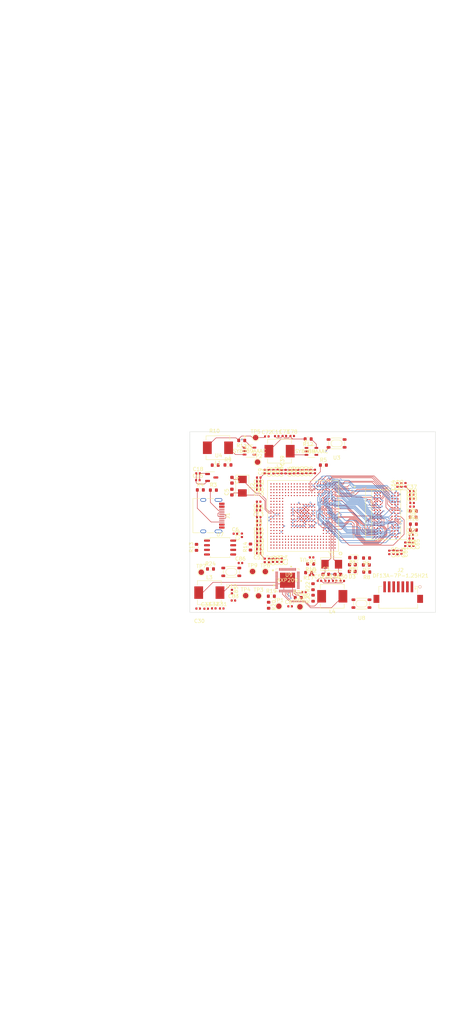
<source format=kicad_pcb>
(kicad_pcb (version 20221018) (generator pcbnew)
  (layers (0 "F.Cu" signal) (1 "In1.Cu" signal) (2 "In2.Cu" signal) (31 "B.Cu" signal) (34 "B.Paste" user) (35 "F.Paste" user) (36 "B.SilkS" user "B.Silkscreen") (37 "F.SilkS" user "F.Silkscreen") (38 "B.Mask" user) (39 "F.Mask" user) (44 "Edge.Cuts" user))
  (net 0 "")
  (net 7 "Net-(U1-PadF1)")
  (net 24 "Net-(U1-PadF2)")
  (net 48 "+3V3")
  (net 74 "Net-(U1-PadN22)")
  (net 104 "Net-(U1-PadN23)")
  (net 118 "+2V5")
  (net 119 "Net-(C72-Pad2)")
  (net 141 "Net-(C73-Pad2)")
  (net 159 "/CPU_VREF")
  (net 160 "Net-(C83-Pad2)")
  (net 163 "Net-(C84-Pad2)")
  (net 170 "/IPSOUT")
  (net 177 "Net-(C86-Pad1)")
  (net 178 "/VINT")
  (net 179 "Net-(D1-Pad1)")
  (net 204 "Net-(U1-PadD5)")
  (net 210 "Net-(D2-Pad1)")
  (net 211 "Net-(U1-PadE5)")
  (net 215 "Net-(D3-Pad1)")
  (net 216 "Net-(U1-PadD6)")
  (net 217 "+5V")
  (net 218 "Net-(J1-PadA5)")
  (net 240 "/DM0")
  (net 258 "/DP0")
  (net 280 "Net-(R1-Pad1)")
  (net 281 "GND")
  (net 282 "Net-(R2-Pad1)")
  (net 283 "/DDR_CLK")
  (net 284 "/DDR_CLKN")
  (net 285 "Net-(R5-Pad1)")
  (net 286 "/DDR_DQ8")
  (net 287 "/DDR_SDQS1_N")
  (net 288 "/DDR_A8")
  (net 289 "/DDR_CS1")
  (net 290 "/DDR_ODT0")
  (net 291 "/DDR_RST")
  (net 292 "/DDR_SDQS1")
  (net 293 "/DDR_DQ11")
  (net 294 "/DDR_DQ14")
  (net 295 "/DDR_DQ6")
  (net 296 "/DDR_DQ3")
  (net 297 "/DDR_SDQS0")
  (net 298 "/DDR_DQ4")
  (net 299 "/DDR_DQ5")
  (net 300 "/DDR_DQ9")
  (net 301 "/DDR_DQ12")
  (net 302 "/DDR_DQ7")
  (net 303 "/DDR_DQ1")
  (net 304 "/DDR_SDQS0_N")
  (net 305 "/DDR_SDQM0")
  (net 306 "/DDR_DQ2")
  (net 307 "/DDR_ODT1")
  (net 308 "/DDR_CKE1")
  (net 309 "/DDR_BA0")
  (net 310 "/DDR_BA2")
  (net 311 "/DDR_A10")
  (net 312 "/DDR_BA1")
  (net 313 "/DDR_A7")
  (net 314 "/DDR_A3")
  (net 315 "/DDR_CKE0")
  (net 316 "/DDR_A5")
  (net 317 "/DDR_A12")
  (net 318 "/DDR_A9")
  (net 319 "/DDR_A14")
  (net 320 "/DDR_A1")
  (net 321 "/DDR_NWE")
  (net 322 "/DDR_NRAS")
  (net 323 "/DDR_NCAS")
  (net 324 "/DDR_A2")
  (net 325 "/DDR_CS0")
  (net 326 "/DDR_A6")
  (net 327 "/DDR_SDQM1")
  (net 328 "/DDR_DQ13")
  (net 329 "/DDR_A11")
  (net 330 "/DDR_A0")
  (net 331 "/DDR_DQ10")
  (net 332 "/DDR_DQ15")
  (net 333 "/DDR_A13")
  (net 334 "/DDR_A4")
  (net 335 "+1V5")
  (net 336 "/DDR_DQ0")
  (net 337 "/DDR_VREF")
  (net 339 "Net-(J1-PadB5)")
  (net 344 "/UART_TX")
  (net 345 "/UART_RX")
  (net 346 "Net-(L1-Pad1)")
  (net 347 "Net-(L2-Pad1)")
  (net 348 "/1v2_CPU")
  (net 349 "Net-(L3-Pad2)")
  (net 350 "/1v2_INT")
  (net 351 "Net-(L4-Pad2)")
  (net 352 "Net-(R13-Pad1)")
  (net 353 "Net-(R14-Pad1)")
  (net 354 "Net-(R19-Pad2)")
  (net 355 "Net-(R21-Pad2)")
  (net 356 "Net-(R22-Pad1)")
  (net 357 "Net-(R23-Pad1)")
  (net 358 "Net-(R24-Pad1)")
  (net 359 "/VDD_RTC")
  (net 360 "+3V0")
  (net 361 "+2V8")
  (net 362 "/2v8_2")
  (net 363 "/RESET_N")
  (net 364 "/NMI_N")
  (net 365 "/PC23")
  (net 366 "/PC2")
  (net 367 "/PC1")
  (net 368 "/PC0")
  (net 370 "Net-(U1-PadW8)")
  (net 371 "/EXTEN")
  (net 372 "Net-(U8-Pad3)")
  (net 373 "/TWI0_SDA")
  (net 374 "/TWI0_SCK")
  (footprint "jlywxy:SW_SPST_SWD_4x3x2" (layer "F.Cu") (at 51.858672 10.707116)
    (fp_text reference "U3")
    (fp_text value "SW_SMD_SPST_4x3x2")
  )
  (footprint "Resistor_SMD:R_0603_1608Metric" (layer "F.Cu") (at 41.332912 53.05552)
    (fp_text reference "R21")
    (fp_text value "200k")
  )
  (footprint "Capacitor_SMD:C_0402_1005Metric" (layer "F.Cu") (at 13.765784 20.78736)
    (fp_text reference "C15")
    (fp_text value "100nF")
  )
  (footprint "Resistor_SMD:R_0603_1608Metric" (layer "F.Cu") (at 44.185832 46.175168 180)
    (fp_text reference "R17")
    (fp_text value "2.2k")
  )
  (footprint "Capacitor_SMD:C_0402_1005Metric" (layer "F.Cu") (at 67.5132 40.553072 -90)
    (fp_text reference "C67")
    (fp_text value "100nF")
  )
  (footprint "Inductor_SMD:L_Vishay_IHLP-2525" (layer "F.Cu") (at 50.677064 52.673504 180)
    (fp_text reference "L4")
    (fp_text value "2.2uH")
  )
  (footprint "Capacitor_SMD:C_0402_1005Metric" (layer "F.Cu") (at 30.5054 34.205672 180)
    (fp_text reference "C14")
    (fp_text value "100nF")
  )
  (footprint "Capacitor_SMD:C_0402_1005Metric" (layer "F.Cu") (at 69.657976 22.105112 90)
    (fp_text reference "C54")
    (fp_text value "100nF")
  )
  (footprint "Capacitor_SMD:C_0402_1005Metric" (layer "F.Cu") (at 18.140232 55.995824)
    (fp_text reference "C32")
    (fp_text value "100nF")
  )
  (footprint "Resistor_SMD:R_0603_1608Metric" (layer "F.Cu") (at 44.738536 43.793664 180)
    (fp_text reference "R18")
    (fp_text value "2.2k")
  )
  (footprint "Capacitor_SMD:C_0402_1005Metric" (layer "F.Cu") (at 35.543744 42.746168 -90)
    (fp_text reference "C29")
    (fp_text value "100nF")
  )
  (footprint "Capacitor_SMD:C_0402_1005Metric" (layer "F.Cu") (at 37.5158 8.675624)
    (fp_text reference "C73")
    (fp_text value "33pF")
  )
  (footprint "jlywxy:SY8089AAAC" (layer "F.Cu") (at 44.949872 12.89304)
    (fp_text reference "U6")
    (fp_text value "SY8089AAAC")
  )
  (footprint "Resistor_SMD:R_0603_1608Metric" (layer "F.Cu") (at 22.035516 16.618752)
    (fp_text reference "R9")
    (fp_text value "13k")
  )
  (footprint "Capacitor_SMD:C_0402_1005Metric" (layer "F.Cu") (at 71.90232 38.410896 -90)
    (fp_text reference "C69")
    (fp_text value "100nF")
  )
  (footprint "jlywxy:SY8089AAAC" (layer "F.Cu") (at 27.948128 12.814808)
    (fp_text reference "U5")
    (fp_text value "SY8089AAAC")
  )
  (footprint "Capacitor_SMD:C_0402_1005Metric" (layer "F.Cu") (at 30.456632 26.707592 180)
    (fp_text reference "C21")
    (fp_text value "100nF")
  )
  (footprint "Capacitor_SMD:C_0402_1005Metric" (layer "F.Cu") (at 30.456632 27.90952 180)
    (fp_text reference "C17")
    (fp_text value "100nF")
  )
  (footprint "Resistor_SMD:R_0603_1608Metric" (layer "F.Cu") (at 17.235416 45.17644)
    (fp_text reference "R24")
    (fp_text value "2.2k")
  )
  (footprint "Capacitor_SMD:C_0402_1005Metric" (layer "F.Cu") (at 23.127208 51.384648 -90)
    (fp_text reference "C85")
    (fp_text value "1uF")
  )
  (footprint "Capacitor_SMD:C_0402_1005Metric" (layer "F.Cu") (at 72.579992 28.044648 180)
    (fp_text reference "C75")
    (fp_text value "100nF")
  )
  (footprint "Capacitor_SMD:C_0402_1005Metric" (layer "F.Cu") (at 72.368216 36.84016 180)
    (fp_text reference "C74")
    (fp_text value "100nF")
  )
  (footprint "Capacitor_SMD:C_0402_1005Metric" (layer "F.Cu") (at 68.558664 22.127464 90)
    (fp_text reference "C64")
    (fp_text value "100nF")
  )
  (footprint "Package_TO_SOT_SMD:SOT-23-3" (layer "F.Cu") (at 17.573752 20.054824)
    (fp_text reference "U4")
    (fp_text value "XC6206PxxxMR")
  )
  (footprint "Resistor_SMD:R_0603_1608Metric" (layer "F.Cu") (at 72.935592 34.476944 180)
    (fp_text reference "R15")
    (fp_text value "2.2k")
  )
  (footprint "Capacitor_SMD:C_0603_1608Metric" (layer "F.Cu") (at 23.10892 24.068024 90)
    (fp_text reference "C5")
    (fp_text value "22pF")
  )
  (footprint "Resistor_SMD:R_0603_1608Metric" (layer "F.Cu") (at 14.444472 23.478744)
    (fp_text reference "R4")
    (fp_text value "5.1k")
  )
  (footprint "Capacitor_SMD:C_0402_1005Metric" (layer "F.Cu") (at 36.755832 42.746168 -90)
    (fp_text reference "C34")
    (fp_text value "100nF")
  )
  (footprint "Capacitor_SMD:C_0402_1005Metric" (layer "F.Cu") (at 40.16756 18.46072 90)
    (fp_text reference "C56")
    (fp_text value "100nF")
  )
  (footprint "Connector_USB:USB_C_Receptacle_HRO_TYPE-C-31-M-12" (layer "F.Cu") (at 16.300704 30.532832 -90)
    (fp_text reference "J1")
    (fp_text value "USB_C_Receptacle_USB2.0")
  )
  (footprint "Capacitor_SMD:C_0402_1005Metric" (layer "F.Cu") (at 72.530208 25.917144)
    (fp_text reference "C68")
    (fp_text value "100nF")
  )
  (footprint "Crystal:Crystal_SMD_5032-2Pin_5.0x3.2mm" (layer "F.Cu") (at 25.986232 22.447504 -90)
    (fp_text reference "Y2")
    (fp_text value "24MHz")
  )
  (footprint "jlywxy:SW_SPST_SWD_4x3x2" (layer "F.Cu") (at 22.950424 45.979588)
    (fp_text reference "U10")
    (fp_text value "SW_SMD_SPST_4x3x2")
  )
  (footprint "jlywxy:K4B8G1646B-MCK0" (layer "F.Cu") (at 65.49156 30.303528)
    (fp_text reference "U2" hide)
    (fp_text value "K4B8G1646B-MCK0" hide)
  )
  (footprint "TestPoint:TestPoint_Pad_D1.5mm" (layer "F.Cu") (at 32.299656 45.899832)
    (fp_text reference "TP6")
    (fp_text value "TestPoint")
  )
  (footprint "Capacitor_SMD:C_0402_1005Metric" (layer "F.Cu") (at 30.489712 20.068032 180)
    (fp_text reference "C10")
    (fp_text value "100nF")
  )
  (footprint "Capacitor_SMD:C_0603_1608Metric" (layer "F.Cu") (at 23.135336 20.809712 -90)
    (fp_text reference "C4")
    (fp_text value "22pF")
  )
  (footprint "Capacitor_SMD:C_0402_1005Metric" (layer "F.Cu") (at 30.492192 40.854376 180)
    (fp_text reference "C51")
    (fp_text value "100nF")
  )
  (footprint "Capacitor_SMD:C_0402_1005Metric" (layer "F.Cu") (at 37.858192 18.46072 90)
    (fp_text reference "C76")
    (fp_text value "22uF")
  )
  (footprint "Capacitor_SMD:C_0402_1005Metric" (layer "F.Cu") (at 32.132016 42.813224 -90)
    (fp_text reference "C47")
    (fp_text value "100nF")
  )
  (footprint "Capacitor_SMD:C_0603_1608Metric" (layer "F.Cu") (at 52.192936 46.679104 180)
    (fp_text reference "C2")
    (fp_text value "33pF")
  )
  (footprint "Capacitor_SMD:C_0402_1005Metric" (layer "F.Cu") (at 39.098728 55.425848)
    (fp_text reference "C87")
    (fp_text value "1uF")
  )
  (footprint "Capacitor_SMD:C_0402_1005Metric" (layer "F.Cu") (at 51.340296 48.423532)
    (fp_text reference "C46")
    (fp_text value "100nF")
  )
  (footprint "Capacitor_SMD:C_0402_1005Metric" (layer "F.Cu") (at 41.273984 18.413536 90)
    (fp_text reference "C38")
    (fp_text value "100nF")
  )
  (footprint "Inductor_SMD:L_Vishay_IHLP-2525" (layer "F.Cu") (at 36.199064 12.830048 180)
    (fp_text reference "L2")
    (fp_text value "2.2uH")
  )
  (footprint "Capacitor_SMD:C_0402_1005Metric" (layer "F.Cu") (at 43.557952 18.396264 90)
    (fp_text reference "C60")
    (fp_text value "100nF")
  )
  (footprint "Capacitor_SMD:C_0402_1005Metric" (layer "F.Cu") (at 69.674232 40.553072 -90)
    (fp_text reference "C61")
    (fp_text value "100nF")
  )
  (footprint "TestPoint:TestPoint_Pad_D1.5mm" (layer "F.Cu") (at 14.705584 46.072552)
    (fp_text reference "TP7")
    (fp_text value "TestPoint")
  )
  (footprint "Capacitor_SMD:C_0402_1005Metric" (layer "F.Cu") (at 39.676832 8.675624)
    (fp_text reference "C78")
    (fp_text value "100nF")
  )
  (footprint "Capacitor_SMD:C_0402_1005Metric" (layer "F.Cu") (at 49.28696 48.423532)
    (fp_text reference "C45")
    (fp_text value "100nF")
  )
  (footprint "Resistor_SMD:R_0603_1608Metric" (layer "F.Cu") (at 33.204912 55.12816 -90)
    (fp_text reference "R20")
    (fp_text value "200k")
  )
  (footprint "Capacitor_SMD:C_0402_1005Metric" (layer "F.Cu") (at 42.429176 18.46072 90)
    (fp_text reference "C79")
    (fp_text value "22uF")
  )
  (footprint "Capacitor_SMD:C_0402_1005Metric" (layer "F.Cu") (at 34.384488 42.759376 -90)
    (fp_text reference "C36")
    (fp_text value "100nF")
  )
  (footprint "Capacitor_SMD:C_0402_1005Metric" (layer "F.Cu") (at 30.545024 36.431728 180)
    (fp_text reference "C19")
    (fp_text value "100nF")
  )
  (footprint "Resistor_SMD:R_0603_1608Metric" (layer "F.Cu") (at 25.812496 9.893808 180)
    (fp_text reference "R11")
    (fp_text value "16.2k")
  )
  (footprint "Resistor_SMD:R_0603_1608Metric" (layer "F.Cu") (at 60.033416 44.067984 180)
    (fp_text reference "R7")
    (fp_text value "5.1k")
  )
  (footprint "Resistor_SMD:R_0603_1608Metric" (layer "F.Cu") (at 60.090312 42.17416 180)
    (fp_text reference "R6")
    (fp_text value "5.1k")
  )
  (footprint "Capacitor_SMD:C_0402_1005Metric" (layer "F.Cu") (at 39.012368 18.510056 90)
    (fp_text reference "C39")
    (fp_text value "100nF")
  )
  (footprint "Capacitor_SMD:C_0402_1005Metric" (layer "F.Cu") (at 23.534624 53.82768)
    (fp_text reference "C83")
    (fp_text value "4.7uF")
  )
  (footprint "Resistor_SMD:R_0603_1608Metric" (layer "F.Cu") (at 60.148224 46.01972 180)
    (fp_text reference "R8")
    (fp_text value "5.1k")
  )
  (footprint "Capacitor_SMD:C_0402_1005Metric" (layer "F.Cu") (at 33.30448 42.83964 -90)
    (fp_text reference "C35")
    (fp_text value "100nF")
  )
  (footprint "Capacitor_SMD:C_0402_1005Metric" (layer "F.Cu") (at 13.852144 56.039512)
    (fp_text reference "C30")
    (fp_text value "100nF")
  )
  (footprint "Capacitor_SMD:C_0402_1005Metric" (layer "F.Cu") (at 30.493776 30.918912 180)
    (fp_text reference "C8")
    (fp_text value "100nF")
  )
  (footprint "Capacitor_SMD:C_0402_1005Metric" (layer "F.Cu") (at 66.337688 40.628256 -90)
    (fp_text reference "C42")
    (fp_text value "100nF")
  )
  (footprint "Capacitor_SMD:C_0402_1005Metric" (layer "F.Cu") (at 30.465328 21.136864 180)
    (fp_text reference "C77")
    (fp_text value "22uF")
  )
  (footprint "Capacitor_SMD:C_0402_1005Metric" (layer "F.Cu") (at 32.71012 8.787384)
    (fp_text reference "C72")
    (fp_text value "33pF")
  )
  (footprint "Capacitor_SMD:C_0402_1005Metric" (layer "F.Cu") (at 30.489712 22.279864 180)
    (fp_text reference "C80")
    (fp_text value "22uF")
  )
  (footprint "Capacitor_SMD:C_0402_1005Metric" (layer "F.Cu") (at 32.099504 18.450112 90)
    (fp_text reference "C9")
    (fp_text value "100nF")
  )
  (footprint "Capacitor_SMD:C_0402_1005Metric" (layer "F.Cu") (at 30.492192 39.708328 180)
    (fp_text reference "C48")
    (fp_text value "100nF")
  )
  (footprint "Capacitor_SMD:C_0402_1005Metric" (layer "F.Cu") (at 24.07412 35.49396)
    (fp_text reference "C6")
    (fp_text value "100nF")
  )
  (footprint "TestPoint:TestPoint_Pad_D1.5mm" (layer "F.Cu") (at 30.167072 15.8242)
    (fp_text reference "TP2")
    (fp_text value "TestPoint")
  )
  (footprint "Capacitor_SMD:C_0402_1005Metric" (layer "F.Cu") (at 30.418024 29.071824 180)
    (fp_text reference "C13")
    (fp_text value "100nF")
  )
  (footprint "Inductor_SMD:L_Vishay_IHLP-2525" (layer "F.Cu") (at 16.919448 51.664616)
    (fp_text reference "L3")
    (fp_text value "2.2uH")
  )
  (footprint "Capacitor_SMD:C_0402_1005Metric" (layer "F.Cu") (at 34.526728 18.476976 90)
    (fp_text reference "C62")
    (fp_text value "100nF")
  )
  (footprint "Capacitor_SMD:C_0402_1005Metric" (layer "F.Cu") (at 44.662344 18.377408 90)
    (fp_text reference "C40")
    (fp_text value "100nF")
  )
  (footprint "Capacitor_SMD:C_0402_1005Metric" (layer "F.Cu") (at 30.545024 37.5158 180)
    (fp_text reference "C20")
    (fp_text value "100nF")
  )
  (footprint "Capacitor_SMD:C_0603_1608Metric" (layer "F.Cu") (at 48.919384 46.657768)
    (fp_text reference "C3")
    (fp_text value "33pF")
  )
  (footprint "Capacitor_SMD:C_0402_1005Metric" (layer "F.Cu") (at 30.545024 35.288728 180)
    (fp_text reference "C71")
    (fp_text value "22uF")
  )
  (footprint "Capacitor_SMD:C_0402_1005Metric" (layer "F.Cu") (at 36.751768 18.46072 90)
    (fp_text reference "C63")
    (fp_text value "100nF")
  )
  (footprint "Capacitor_SMD:C_0402_1005Metric" (layer "F.Cu") (at 35.693096 18.412968 90)
    (fp_text reference "C41")
    (fp_text value "100nF")
  )
  (footprint "Resistor_SMD:R_0603_1608Metric" (layer "F.Cu") (at 72.861424 31.002224)
    (fp_text reference "R1")
    (fp_text value "330R")
  )
  (footprint "Resistor_SMD:R_0603_1608Metric" (layer "F.Cu") (at 33.943544 52.652168)
    (fp_text reference "R19")
    (fp_text value "100k")
  )
  (footprint "TestPoint:TestPoint_Pad_D1.5mm" (layer "F.Cu") (at 41.801288 55.552848)
    (fp_text reference "TP8")
    (fp_text value "TestPoint")
  )
  (footprint "Package_SO:SOIC-8_5.23x5.23mm_P1.27mm" (layer "F.Cu") (at 19.870928 39.294816)
    (fp_text reference "U7")
    (fp_text value "W25Q128JVS")
  )
  (footprint "Capacitor_SMD:C_0402_1005Metric" (layer "F.Cu") (at 70.780656 22.066056 90)
    (fp_text reference "C66")
    (fp_text value "100nF")
  )
  (footprint "LED_SMD:LED_0603_1608Metric" (layer "F.Cu") (at 56.207252 44.011088 180)
    (fp_text reference "D2")
    (fp_text value "LED")
  )
  (footprint "TestPoint:TestPoint_Pad_D1.5mm" (layer "F.Cu") (at 30.430216 52.55768)
    (fp_text reference "TP3")
    (fp_text value "TestPoint")
  )
  (footprint "Capacitor_SMD:C_0402_1005Metric" (layer "F.Cu") (at 42.9006 51.528472 180)
    (fp_text reference "C84")
    (fp_text value "1uF")
  )
  (footprint "Capacitor_SMD:C_0402_1005Metric" (layer "F.Cu") (at 30.519624 38.56228 180)
    (fp_text reference "C49")
    (fp_text value "100nF")
  )
  (footprint "Capacitor_SMD:C_0402_1005Metric" (layer "F.Cu") (at 16.04772 56.084216)
    (fp_text reference "C33")
    (fp_text value "100nF")
  )
  (footprint "Capacitor_SMD:C_0402_1005Metric" (layer "F.Cu") (at 25.462992 43.539664)
    (fp_text reference "C86")
    (fp_text value "1uF")
  )
  (footprint "Capacitor_SMD:C_0402_1005Metric" (layer "F.Cu") (at 35.429952 8.713216)
    (fp_text reference "C11")
    (fp_text value "100nF")
  )
  (footprint "LED_SMD:LED_0603_1608Metric" (layer "F.Cu") (at 56.150356 45.847 180)
    (fp_text reference "D3")
    (fp_text value "LED")
  )
  (footprint "Capacitor_SMD:C_0402_1005Metric" (layer "F.Cu") (at 20.327112 56.018176)
    (fp_text reference "C31")
    (fp_text value "100nF")
  )
  (footprint "Capacitor_SMD:C_0402_1005Metric" (layer "F.Cu") (at 13.818048 18.916904)
    (fp_text reference "C18")
    (fp_text value "100nF")
  )
  (footprint "Resistor_SMD:R_0603_1608Metric" (layer "F.Cu") (at 18.029936 23.527512)
    (fp_text reference "R3")
    (fp_text value "5.1k")
  )
  (footprint "Capacitor_SMD:C_0402_1005Metric" (layer "F.Cu") (at 25.859232 35.92576 90)
    (fp_text reference "C12")
    (fp_text value "100nF")
  )
  (footprint "Resistor_SMD:R_0603_1608Metric" (layer "F.Cu") (at 72.906128 29.294328)
    (fp_text reference "R2")
    (fp_text value "330R")
  )
  (footprint "TestPoint:TestPoint_Pad_D1.5mm" (layer "F.Cu") (at 26.896568 52.494688)
    (fp_text reference "TP4")
    (fp_text value "TestPoint")
  )
  (footprint "Capacitor_SMD:C_0402_1005Metric" (layer "F.Cu") (at 47.15844 48.423532)
    (fp_text reference "C52")
    (fp_text value "100nF")
  )
  (footprint "Capacitor_SMD:C_0402_1005Metric" (layer "F.Cu") (at 72.959976 38.371272 -90)
    (fp_text reference "C65")
    (fp_text value "100nF")
  )
  (footprint "LED_SMD:LED_0603_1608Metric" (layer "F.Cu") (at 56.265164 42.059352 180)
    (fp_text reference "D1")
    (fp_text value "LED")
  )
  (footprint "Capacitor_SMD:C_0402_1005Metric" (layer "F.Cu") (at 33.293304 18.476976 90)
    (fp_text reference "C1")
    (fp_text value "100nF")
  )
  (footprint "TestPoint:TestPoint_Pad_D1.5mm" (layer "F.Cu") (at 28.790392 45.86224)
    (fp_text reference "TP9")
    (fp_text value "TestPoint")
  )
  (footprint "Capacitor_SMD:C_0402_1005Metric" (layer "F.Cu") (at 53.430208 48.461124)
    (fp_text reference "C50")
    (fp_text value "100nF")
  )
  (footprint "Inductor_SMD:L_Vishay_IHLP-2525" (layer "F.Cu") (at 19.289268 11.896384 180)
    (fp_text reference "L1")
    (fp_text value "22uH")
  )
  (footprint "Resistor_SMD:R_0603_1608Metric" (layer "F.Cu") (at 28.2194 39.150544 90)
    (fp_text reference "R14")
    (fp_text value "2.2k")
  )
  (footprint "TestPoint:TestPoint_Pad_D1.5mm" (layer "F.Cu") (at 36.015168 55.406544)
    (fp_text reference "TP1")
    (fp_text value "TestPoint")
  )
  (footprint "Capacitor_SMD:C_0402_1005Metric" (layer "F.Cu") (at 72.355456 35.796728)
    (fp_text reference "C57")
    (fp_text value "100nF")
  )
  (footprint "jlywxy:awa20" (layer "F.Cu") (at 42.645584 30.618176 180)
    (fp_text reference "U1")
    (fp_text value "AllWinner-A20")
  )
  (footprint "Crystal:Crystal_SMD_5032-2Pin_5.0x3.2mm" (layer "F.Cu") (at 50.53584 43.868848)
    (fp_text reference "Y1")
    (fp_text value "32.768kHz")
  )
  (footprint "jlywxy:AXP209" (layer "F.Cu") (at 38.38448 48.256952)
    (fp_text reference "U9")
    (fp_text value "AXP209")
  )
  (footprint "Resistor_SMD:R_0603_1608Metric" (layer "F.Cu") (at 48.240696 16.661384)
    (fp_text reference "R5")
    (fp_text value "330R")
  )
  (footprint "Capacitor_SMD:C_0402_1005Metric" (layer "F.Cu") (at 72.596248 27.06116)
    (fp_text reference "C58")
    (fp_text value "100nF")
  )
  (footprint "Resistor_SMD:R_0603_1608Metric" (layer "F.Cu") (at 18.533364 16.669552)
    (fp_text reference "R10")
    (fp_text value "1.1k")
  )
  (footprint "Capacitor_SMD:C_0402_1005Metric" (layer "F.Cu") (at 70.716648 38.386064 -90)
    (fp_text reference "C44")
    (fp_text value "100nF")
  )
  (footprint "Resistor_SMD:R_0603_1608Metric" (layer "F.Cu") (at 13.392912 39.236904 90)
    (fp_text reference "R13")
    (fp_text value "2.2k")
  )
  (footprint "TestPoint:TestPoint_Pad_D1.5mm" (layer "F.Cu") (at 29.623512 9.109456)
    (fp_text reference "TP5")
    (fp_text value "TestPoint")
  )
  (footprint "Resistor_SMD:R_0603_1608Metric" (layer "F.Cu") (at 44.050712 9.493504 180)
    (fp_text reference "R12")
    (fp_text value "4.99k")
  )
  (footprint "Capacitor_SMD:C_0402_1005Metric" (layer "F.Cu") (at 30.489712 23.397464 180)
    (fp_text reference "C70")
    (fp_text value "22uF")
  )
  (footprint "Resistor_SMD:R_0603_1608Metric" (layer "F.Cu") (at 72.951848 32.870648)
    (fp_text reference "R16")
    (fp_text value "2.2k")
  )
  (footprint "Resistor_SMD:R_0603_1608Metric" (layer "F.Cu") (at 45.408888 53.198732 90)
    (fp_text reference "R23")
    (fp_text value "2.2k")
  )
  (footprint "Capacitor_SMD:C_0402_1005Metric" (layer "F.Cu") (at 44.9966 41.998392 180)
    (fp_text reference "C81")
    (fp_text value "100nF")
  )
  (footprint "Capacitor_SMD:C_0402_1005Metric" (layer "F.Cu") (at 30.524704 32.013144 180)
    (fp_text reference "C7")
    (fp_text value "100nF")
  )
  (footprint "Resistor_SMD:R_0603_1608Metric" (layer "F.Cu") (at 45.388568 50.051164 90)
    (fp_text reference "R22")
    (fp_text value "49.9")
  )
  (footprint "Capacitor_SMD:C_0402_1005Metric" (layer "F.Cu") (at 44.979328 46.848776)
    (fp_text reference "C82")
    (fp_text value "100nF")
  )
  (footprint "Capacitor_SMD:C_0402_1005Metric" (layer "F.Cu") (at 45.909992 18.412968 90)
    (fp_text reference "C55")
    (fp_text value "100nF")
  )
  (footprint "jlywxy:DF13A-7P-1.25H21" (layer "F.Cu") (at 72.550528 50.077624)
    (fp_text reference "J2")
    (fp_text value "DF13A-7P-1.25H21")
  )
  (footprint "jlywxy:SW_SPST_SWD_4x3x2" (layer "F.Cu") (at 58.691272 54.693312)
    (fp_text reference "U8")
    (fp_text value "SW_SMD_SPST_4x3x2")
  )
  (footprint "Capacitor_SMD:C_0402_1005Metric" (layer "F.Cu") (at 72.495664 23.7998)
    (fp_text reference "C37")
    (fp_text value "100nF")
  )
  (footprint "Capacitor_SMD:C_0402_1005Metric" (layer "F.Cu") (at 72.485504 24.817832)
    (fp_text reference "C59")
    (fp_text value "100nF")
  )
  (footprint "Capacitor_SMD:C_0402_1005Metric" (layer "F.Cu") (at 30.478536 33.1216 180)
    (fp_text reference "C16")
    (fp_text value "100nF")
  )
  (footprint "Capacitor_SMD:C_0402_1005Metric" (layer "F.Cu") (at 68.573904 40.666864 -90)
    (fp_text reference "C43")
    (fp_text value "100nF")
  )
  (gr_rect (start 11.553952 7.490968) (end 79.002128 57.091072) (stroke (width 0.1)) (fill none) (layer "Edge.Cuts"))
  (segment (start 51.095084 35.768676) (end 51.095084 36.543044) (width 0.127) (layer "F.Cu") (net 7))
  (segment (start 52.38584 46.097008) (end 52.967936 46.679104) (width 0.127) (layer "F.Cu") (net 7))
  (segment (start 51.04892 36.589208) (end 51.04892 42.531928) (width 0.127) (layer "F.Cu") (net 7))
  (segment (start 51.04892 42.531928) (end 52.38584 43.868848) (width 0.127) (layer "F.Cu") (net 7))
  (segment (start 51.095084 36.543044) (end 51.04892 36.589208) (width 0.127) (layer "F.Cu") (net 7))
  (segment (start 51.445584 35.418176) (end 51.095084 35.768676) (width 0.127) (layer "F.Cu") (net 7))
  (segment (start 52.38584 43.868848) (end 52.38584 46.097008) (width 0.127) (layer "F.Cu") (net 7))
  (segment (start 48.68584 43.868848) (end 50.295084 42.259604) (width 0.127) (layer "F.Cu") (net 24))
  (segment (start 50.295084 42.259604) (end 50.295084 35.840452) (width 0.127) (layer "F.Cu") (net 24))
  (segment (start 50.645584 35.418176) (end 50.268048 35.795712) (width 0.127) (layer "F.Cu") (net 24))
  (segment (start 50.268048 35.795712) (end 50.250344 35.795712) (width 0.127) (layer "F.Cu") (net 24))
  (segment (start 48.68584 43.868848) (end 48.68584 46.116312) (width 0.127) (layer "F.Cu") (net 24))
  (segment (start 50.295084 35.840452) (end 50.250344 35.795712) (width 0.127) (layer "F.Cu") (net 24))
  (segment (start 48.68584 46.116312) (end 48.144384 46.657768) (width 0.127) (layer "F.Cu") (net 24))
  (segment (start 41.045584 33.018176) (end 40.674748 33.389012) (width 0.127) (layer "F.Cu") (net 48))
  (segment (start 41.845584 27.418176) (end 41.480232 27.052824) (width 0.127) (layer "F.Cu") (net 48))
  (segment (start 45.845584 33.818176) (end 45.44568 33.418272) (width 0.127) (layer "F.Cu") (net 48))
  (segment (start 39.798752 31.771344) (end 39.798752 31.78048) (width 0.127) (layer "F.Cu") (net 48))
  (segment (start 39.445584 31.418176) (end 39.798752 31.771344) (width 0.127) (layer "F.Cu") (net 48))
  (segment (start 39.797736 9.493504) (end 36.614608 9.493504) (width 0.127) (layer "F.Cu") (net 48))
  (segment (start 44.638168 33.425592) (end 45.045584 33.018176) (width 0.127) (layer "F.Cu") (net 48))
  (segment (start 37.5363 9.176124) (end 37.0358 8.675624) (width 0.127) (layer "F.Cu") (net 48))
  (segment (start 39.196832 8.675624) (end 39.196832 8.8926) (width 0.127) (layer "F.Cu") (net 48))
  (segment (start 36.497708 9.213716) (end 37.0358 8.675624) (width 0.127) (layer "F.Cu") (net 48))
  (segment (start 37.045584 33.818176) (end 37.05392 33.818176) (width 0.127) (layer "F.Cu") (net 48))
  (segment (start 39.196832 8.8926) (end 39.797736 9.493504) (width 0.127) (layer "F.Cu") (net 48))
  (segment (start 38.696332 9.176124) (end 37.5363 9.176124) (width 0.127) (layer "F.Cu") (net 48))
  (segment (start 37.05392 33.818176) (end 37.47516 33.396936) (width 0.127) (layer "F.Cu") (net 48))
  (segment (start 30.969712 23.397464) (end 30.969712 20.059904) (width 0.127) (layer "F.Cu") (net 48))
  (segment (start 32.126368 18.956976) (end 32.099504 18.930112) (width 0.127) (layer "F.Cu") (net 48))
  (segment (start 33.293304 18.956976) (end 32.126368 18.956976) (width 0.127) (layer "F.Cu") (net 48))
  (segment (start 45.045584 33.818176) (end 45.845584 33.018176) (width 0.127) (layer "F.Cu") (net 48))
  (segment (start 40.245584 31.418176) (end 40.161056 31.418176) (width 0.127) (layer "F.Cu") (net 48))
  (segment (start 44.245584 33.018176) (end 45.045584 33.818176) (width 0.127) (layer "F.Cu") (net 48))
  (segment (start 39.196832 8.675624) (end 38.696332 9.176124) (width 0.127) (layer "F.Cu") (net 48))
  (segment (start 35.450452 9.213716) (end 36.497708 9.213716) (width 0.127) (layer "F.Cu") (net 48))
  (segment (start 40.245584 33.818176) (end 40.674748 33.389012) (width 0.127) (layer "F.Cu") (net 48))
  (segment (start 45.44568 33.418272) (end 45.045584 33.018176) (width 0.127) (layer "F.Cu") (net 48))
  (segment (start 37.045584 33.018176) (end 37.0964 33.018176) (width 0.127) (layer "F.Cu") (net 48))
  (segment (start 40.161056 31.418176) (end 39.798752 31.78048) (width 0.127) (layer "F.Cu") (net 48))
  (segment (start 30.973776 30.918912) (end 30.973776 31.982216) (width 0.127) (layer "F.Cu") (net 48))
  (segment (start 30.973776 31.982216) (end 31.004704 32.013144) (width 0.127) (layer "F.Cu") (net 48))
  (segment (start 34.949952 8.713216) (end 35.450452 9.213716) (width 0.127) (layer "F.Cu") (net 48))
  (segment (start 43.225712 9.493504) (end 39.797736 9.493504) (width 0.127) (layer "F.Cu") (net 48))
  (segment (start 37.0964 33.018176) (end 37.47516 33.396936) (width 0.127) (layer "F.Cu") (net 48))
  (segment (start 30.969712 20.059904) (end 32.099504 18.930112) (width 0.127) (layer "F.Cu") (net 48))
  (segment (start 41.480232 27.052824) (end 41.480232 26.98496) (width 0.127) (layer "F.Cu") (net 48))
  (segment (start 39.785128 28.678632) (end 39.78656 28.678632) (width 0.127) (layer "F.Cu") (net 48))
  (segment (start 44.245584 33.818176) (end 44.638168 33.425592) (width 0.127) (layer "F.Cu") (net 48))
  (segment (start 36.614608 9.493504) (end 33.278064 12.830048) (width 0.127) (layer "F.Cu") (net 48))
  (segment (start 39.445584 29.018176) (end 39.785128 28.678632) (width 0.127) (layer "F.Cu") (net 48))
  (via (at 44.638168 33.425592) (size 0.4572) (drill 0.254) (layers "F.Cu" "B.Cu") (net 48))
  (via (at 39.78656 28.678632) (size 0.4572) (drill 0.254) (layers "F.Cu" "B.Cu") (net 48))
  (via (at 41.480232 26.98496) (size 0.4572) (drill 0.254) (layers "F.Cu" "B.Cu") (net 48))
  (via (at 37.47516 33.396936) (size 0.4572) (drill 0.254) (layers "F.Cu" "B.Cu") (net 48))
  (via (at 40.674748 33.389012) (size 0.4572) (drill 0.254) (layers "F.Cu" "B.Cu") (net 48))
  (via (at 45.44568 33.418272) (size 0.4572) (drill 0.254) (layers "F.Cu" "B.Cu") (net 48))
  (via (at 39.798752 31.78048) (size 0.4572) (drill 0.254) (layers "F.Cu" "B.Cu") (net 48))
  (segment (start 29.669368 24.374856) (end 25.986232 20.69172) (width 0.127) (layer "F.Cu") (net 74))
  (segment (start 30.80004 24.374856) (end 29.669368 24.374856) (width 0.127) (layer "F.Cu") (net 74))
  (segment (start 32.48152 26.056336) (end 30.80004 24.374856) (width 0.127) (layer "F.Cu") (net 74))
  (segment (start 23.698128 20.597504) (end 25.986232 20.597504) (width 0.127) (layer "F.Cu") (net 74))
  (segment (start 25.986232 20.69172) (end 25.986232 20.597504) (width 0.127) (layer "F.Cu") (net 74))
  (segment (start 23.135336 20.034712) (end 23.698128 20.597504) (width 0.127) (layer "F.Cu") (net 74))
  (segment (start 34.196084 29.368676) (end 33.23354 29.368676) (width 0.127) (layer "F.Cu") (net 74))
  (segment (start 32.48152 28.616656) (end 32.48152 26.056336) (width 0.127) (layer "F.Cu") (net 74))
  (segment (start 33.23354 29.368676) (end 32.48152 28.616656) (width 0.127) (layer "F.Cu") (net 74))
  (segment (start 34.645584 29.818176) (end 34.196084 29.368676) (width 0.127) (layer "F.Cu") (net 74))
  (segment (start 23.65444 24.297504) (end 25.986232 24.297504) (width 0.127) (layer "F.Cu") (net 104))
  (segment (start 33.845584 29.818176) (end 33.1852 29.818176) (width 0.127) (layer "F.Cu") (net 104))
  (segment (start 33.1852 29.818176) (end 32.182816 28.815792) (width 0.127) (layer "F.Cu") (net 104))
  (segment (start 32.182816 26.454608) (end 30.618176 24.889968) (width 0.127) (layer "F.Cu") (net 104))
  (segment (start 30.618176 24.889968) (end 26.578696 24.889968) (width 0.127) (layer "F.Cu") (net 104))
  (segment (start 32.182816 28.815792) (end 32.182816 26.454608) (width 0.127) (layer "F.Cu") (net 104))
  (segment (start 23.10892 24.843024) (end 23.65444 24.297504) (width 0.127) (layer "F.Cu") (net 104))
  (segment (start 26.578696 24.889968) (end 25.986232 24.297504) (width 0.127) (layer "F.Cu") (net 104))
  (segment (start 13.338048 20.735096) (end 13.285784 20.78736) (width 0.127) (layer "F.Cu") (net 118))
  (segment (start 40.245584 29.818176) (end 40.245584 29.8072) (width 0.127) (layer "F.Cu") (net 118))
  (segment (start 30.958536 37.449312) (end 31.025024 37.5158) (width 0.127) (layer "F.Cu") (net 118))
  (segment (start 13.676376 21.845016) (end 15.59606 21.845016) (width 0.127) (layer "F.Cu") (net 118))
  (segment (start 44.68368 27.056272) (end 44.68368 26.960576) (width 0.127) (layer "F.Cu") (net 118))
  (segment (start 39.823136 29.440624) (end 39.823136 29.384752) (width 0.127) (layer "F.Cu") (net 118))
  (segment (start 45.045584 27.418176) (end 44.68368 27.056272) (width 0.127) (layer "F.Cu") (net 118))
  (segment (start 13.285784 20.78736) (end 13.285784 21.454424) (width 0.127) (layer "F.Cu") (net 118))
  (segment (start 39.445584 29.818176) (end 39.823136 29.440624) (width 0.127) (layer "F.Cu") (net 118))
  (segment (start 13.285784 21.454424) (end 13.676376 21.845016) (width 0.127) (layer "F.Cu") (net 118))
  (segment (start 30.936632 27.90952) (end 30.936632 29.033216) (width 0.127) (layer "F.Cu") (net 118))
  (segment (start 15.59606 21.845016) (end 16.436252 21.004824) (width 0.127) (layer "F.Cu") (net 118))
  (segment (start 13.338048 18.916904) (end 13.338048 20.735096) (width 0.127) (layer "F.Cu") (net 118))
  (segment (start 30.958536 33.1216) (end 30.958536 37.449312) (width 0.127) (layer "F.Cu") (net 118))
  (segment (start 40.245584 29.8072) (end 39.823136 29.384752) (width 0.127) (layer "F.Cu") (net 118))
  (segment (start 30.936632 29.033216) (end 30.898024 29.071824) (width 0.127) (layer "F.Cu") (net 118))
  (via (at 44.68368 26.960576) (size 0.4572) (drill 0.254) (layers "F.Cu" "B.Cu") (net 118))
  (via (at 39.823136 29.384752) (size 0.4572) (drill 0.254) (layers "F.Cu" "B.Cu") (net 118))
  (segment (start 28.608495 11.864807) (end 29.300678 11.864807) (width 0.127) (layer "F.Cu") (net 119))
  (segment (start 26.637496 9.893808) (end 28.608495 11.864807) (width 0.127) (layer "F.Cu") (net 119))
  (segment (start 44.875712 9.493504) (end 46.302422 10.920214) (width 0.127) (layer "F.Cu") (net 141))
  (segment (start 46.302422 10.920214) (end 46.302422 11.943039) (width 0.127) (layer "F.Cu") (net 141))
  (segment (start 49.845584 33.818176) (end 49.845584 33.681704) (width 0.127) (layer "F.Cu") (net 159))
  (segment (start 49.045584 33.818176) (end 48.713968 34.149792) (width 0.127) (layer "F.Cu") (net 159))
  (segment (start 49.396084 32.872994) (end 49.154978 32.631888) (width 0.127) (layer "F.Cu") (net 159))
  (segment (start 49.845584 33.681704) (end 49.396084 33.232204) (width 0.127) (layer "F.Cu") (net 159))
  (segment (start 48.841152 32.631888) (end 48.596084 32.876956) (width 0.127) (layer "F.Cu") (net 159))
  (segment (start 49.154978 32.631888) (end 48.841152 32.631888) (width 0.127) (layer "F.Cu") (net 159))
  (segment (start 48.596084 32.876956) (end 48.596084 34.062204) (width 0.127) (layer "F.Cu") (net 159))
  (segment (start 48.596084 34.062204) (end 48.683672 34.149792) (width 0.127) (layer "F.Cu") (net 159))
  (segment (start 48.713968 34.149792) (end 48.683672 34.149792) (width 0.127) (layer "F.Cu") (net 159))
  (segment (start 49.396084 33.232204) (end 49.396084 32.872994) (width 0.127) (layer "F.Cu") (net 159))
  (via (at 48.683672 34.149792) (size 0.4572) (drill 0.254) (layers "F.Cu" "B.Cu") (net 159))
  (segment (start 38.58448 51.818896) (end 38.72992 51.964336) (width 0.127) (layer "F.Cu") (net 160))
  (segment (start 38.58448 51.228752) (end 38.58448 51.818896) (width 0.127) (layer "F.Cu") (net 160))
  (via (at 38.72992 51.964336) (size 0.4572) (drill 0.254) (layers "F.Cu" "B.Cu") (net 160))
  (segment (start 40.584481 51.228752) (end 40.584481 51.508152) (width 0.127) (layer "F.Cu") (net 163))
  (segment (start 40.584481 51.508152) (end 40.829337 51.753008) (width 0.127) (layer "F.Cu") (net 163))
  (segment (start 42.196064 51.753008) (end 42.4206 51.528472) (width 0.127) (layer "F.Cu") (net 163))
  (segment (start 40.829337 51.753008) (end 42.196064 51.753008) (width 0.127) (layer "F.Cu") (net 163))
  (segment (start 17.204936 23.527512) (end 17.204936 26.898064) (width 0.127) (layer "F.Cu") (net 218))
  (segment (start 17.204936 26.898064) (end 19.589704 29.282832) (width 0.127) (layer "F.Cu") (net 218))
  (segment (start 19.589704 29.282832) (end 20.345704 29.282832) (width 0.127) (layer "F.Cu") (net 218))
  (segment (start 36.245584 29.818176) (end 35.88348 30.18028) (width 0.127) (layer "F.Cu") (net 240))
  (segment (start 21.430488 30.402784) (end 21.310536 30.282832) (width 0.127) (layer "F.Cu") (net 240))
  (segment (start 21.303296 31.282832) (end 21.430488 31.15564) (width 0.127) (layer "F.Cu") (net 240))
  (segment (start 21.430488 31.15564) (end 21.430488 30.402784) (width 0.127) (layer "F.Cu") (net 240))
  (segment (start 20.345704 31.282832) (end 21.303296 31.282832) (width 0.127) (layer "F.Cu") (net 240))
  (segment (start 35.88348 30.18028) (end 35.881056 30.18028) (width 0.127) (layer "F.Cu") (net 240))
  (segment (start 21.310536 30.282832) (end 20.345704 30.282832) (width 0.127) (layer "F.Cu") (net 240))
  (segment (start 20.345704 30.282832) (end 20.36086 30.267676) (width 0.127) (layer "F.Cu") (net 240))
  (via (at 35.881056 30.18028) (size 0.4572) (drill 0.254) (layers "F.Cu" "B.Cu") (net 240))
  (segment (start 19.432208 29.782832) (end 19.277584 29.937456) (width 0.127) (layer "F.Cu") (net 258))
  (segment (start 19.277584 29.937456) (end 19.277584 30.6324) (width 0.127) (layer "F.Cu") (net 258))
  (segment (start 35.066224 30.197536) (end 35.066224 30.198568) (width 0.127) (layer "F.Cu") (net 258))
  (segment (start 19.428016 30.782832) (end 20.345704 30.782832) (width 0.127) (layer "F.Cu") (net 258))
  (segment (start 35.445584 29.818176) (end 35.066224 30.197536) (width 0.127) (layer "F.Cu") (net 258))
  (segment (start 19.277584 30.6324) (end 19.428016 30.782832) (width 0.127) (layer "F.Cu") (net 258))
  (segment (start 20.345704 29.782832) (end 19.432208 29.782832) (width 0.127) (layer "F.Cu") (net 258))
  (via (at 35.066224 30.198568) (size 0.4572) (drill 0.254) (layers "F.Cu" "B.Cu") (net 258))
  (segment (start 69.708776 31.979616) (end 69.763462 31.979616) (width 0.127) (layer "F.Cu") (net 280))
  (segment (start 69.763462 31.979616) (end 69.765282 31.981436) (width 0.127) (layer "F.Cu") (net 280))
  (segment (start 69.384864 32.303528) (end 69.708776 31.979616) (width 0.127) (layer "F.Cu") (net 280))
  (segment (start 68.69156 32.303528) (end 69.384864 32.303528) (width 0.127) (layer "F.Cu") (net 280))
  (via (at 69.765282 31.981436) (size 0.4572) (drill 0.254) (layers "F.Cu" "B.Cu") (net 280))
  (segment (start 32.099504 17.970112) (end 45.872848 17.970112) (width 0.127) (layer "F.Cu") (net 281))
  (segment (start 39.769288 52.097432) (end 39.78448 52.08224) (width 0.127) (layer "F.Cu") (net 281))
  (segment (start 68.24472 36.750368) (end 68.69156 36.303528) (width 0.127) (layer "F.Cu") (net 281))
  (segment (start 68.69156 25.103528) (end 69.102224 24.692864) (width 0.127) (layer "F.Cu") (net 281))
  (segment (start 42.645584 32.218176) (end 44.245584 30.618176) (width 0.127) (layer "F.Cu") (net 281))
  (segment (start 62.29156 29.103528) (end 61.843112 29.103528) (width 0.127) (layer "F.Cu") (net 281))
  (segment (start 62.29156 36.339688) (end 61.665104 36.966144) (width 0.127) (layer "F.Cu") (net 281))
  (segment (start 63.09156 27.503528) (end 62.707312 27.11928) (width 0.127) (layer "F.Cu") (net 281))
  (segment (start 37.384479 51.228752) (end 37.384479 49.256953) (width 0.127) (layer "F.Cu") (net 281))
  (segment (start 48.245584 32.524) (end 48.245584 32.218176) (width 0.127) (layer "F.Cu") (net 281))
  (segment (start 45.872848 17.970112) (end 45.909992 17.932968) (width 0.127) (layer "F.Cu") (net 281))
  (segment (start 68.24472 36.764976) (end 68.24472 36.750368) (width 0.127) (layer "F.Cu") (net 281))
  (segment (start 68.69156 29.103528) (end 69.037639 29.103528) (width 0.127) (layer "F.Cu") (net 281))
  (segment (start 29.976632 40.818816) (end 30.012192 40.854376) (width 0.127) (layer "F.Cu") (net 281))
  (segment (start 39.78448 49.656952) (end 38.38448 48.256952) (width 0.127) (layer "F.Cu") (net 281))
  (segment (start 35.41268 49.256953) (end 37.384479 49.256953) (width 0.127) (layer "F.Cu") (net 281))
  (segment (start 49.252632 49.00676) (end 49.541176 49.00676) (width 0.127) (layer "F.Cu") (net 281))
  (segment (start 37.384479 49.256953) (end 38.38448 48.256952) (width 0.127) (layer "F.Cu") (net 281))
  (segment (start 42.645584 27.418176) (end 44.245584 29.018176) (width 0.127) (layer "F.Cu") (net 281))
  (segment (start 41.045584 32.218176) (end 44.245584 29.018176) (width 0.127) (layer "F.Cu") (net 281))
  (segment (start 16.248332 18.916904) (end 16.436252 19.104824) (width 0.127) (layer "F.Cu") (net 281))
  (segment (start 60.77204 33.820608) (end 60.813638 33.862206) (width 0.127) (layer "F.Cu") (net 281))
  (segment (start 62.323064 27.503528) (end 62.707312 27.11928) (width 0.127) (layer "F.Cu") (net 281))
  (segment (start 42.645584 29.018176) (end 44.245584 30.618176) (width 0.127) (layer "F.Cu") (net 281))
  (segment (start 63.89156 25.103528) (end 63.506096 24.718064) (width 0.127) (layer "F.Cu") (net 281))
  (segment (start 49.448336 35.015424) (end 49.40808 35.015424) (width 0.127) (layer "F.Cu") (net 281))
  (segment (start 48.245584 32.524) (end 48.114904 32.524) (width 0.127) (layer "F.Cu") (net 281))
  (segment (start 60.602384 34.703528) (end 59.839352 33.940496) (width 0.127) (layer "F.Cu") (net 281))
  (segment (start 60.813638 33.862206) (end 60.813638 33.863126) (width 0.127) (layer "F.Cu") (net 281))
  (segment (start 68.285376 33.509712) (end 68.28536 33.509712) (width 0.127) (layer "F.Cu") (net 281))
  (segment (start 53.364572 49.00676) (end 53.910208 48.461124) (width 0.127) (layer "F.Cu") (net 281))
  (segment (start 51.3966 46.657768) (end 51.417936 46.679104) (width 0.127) (layer "F.Cu") (net 281))
  (segment (start 41.045584 29.018176) (end 43.445584 31.418176) (width 0.127) (layer "F.Cu") (net 281))
  (segment (start 43.844572 27.817164) (end 43.846596 27.817164) (width 0.127) (layer "F.Cu") (net 281))
  (segment (start 67.89156 29.103528) (end 68.69156 29.103528) (width 0.127) (layer "F.Cu") (net 281))
  (segment (start 59.839352 33.940496) (end 59.839352 33.76676) (width 0.127) (layer "F.Cu") (net 281))
  (segment (start 14.245784 20.78736) (end 14.245784 18.969168) (width 0.127) (layer "F.Cu") (net 281))
  (segment (start 40.245584 29.018176) (end 43.445584 32.218176) (width 0.127) (layer "F.Cu") (net 281))
  (segment (start 43.445584 27.418176) (end 43.844572 27.817164) (width 0.127) (layer "F.Cu") (net 281))
  (segment (start 47.63844 48.423532) (end 48.221668 49.00676) (width 0.127) (layer "F.Cu") (net 281))
  (segment (start 43.445584 33.018176) (end 43.046496 32.619088) (width 0.127) (layer "F.Cu") (net 281))
  (segment (start 39.78448 52.08224) (end 39.78448 51.228752) (width 0.127) (layer "F.Cu") (net 281))
  (segment (start 41.845584 29.018176) (end 44.245584 31.418176) (width 0.127) (layer "F.Cu") (net 281))
  (segment (start 49.448336 35.015424) (end 49.845584 34.618176) (width 0.127) (layer "F.Cu") (net 281))
  (segment (start 43.046496 32.617264) (end 43.046496 32.619088) (width 0.127) (layer "F.Cu") (net 281))
  (segment (start 49.694384 46.657768) (end 51.3966 46.657768) (width 0.127) (layer "F.Cu") (net 281))
  (segment (start 63.506096 24.718064) (end 63.506096 24.70404) (width 0.127) (layer "F.Cu") (net 281))
  (segment (start 43.445584 32.218176) (end 45.045584 30.618176) (width 0.127) (layer "F.Cu") (net 281))
  (segment (start 29.976632 26.707592) (end 29.976632 40.818816) (width 0.127) (layer "F.Cu") (net 281))
  (segment (start 14.245784 18.969168) (end 14.298048 18.916904) (width 0.127) (layer "F.Cu") (net 281))
  (segment (start 14.298048 18.916904) (end 16.248332 18.916904) (width 0.127) (layer "F.Cu") (net 281))
  (segment (start 41.845584 32.218176) (end 44.245584 29.818176) (width 0.127) (layer "F.Cu") (net 281))
  (segment (start 51.454304 49.00676) (end 53.364572 49.00676) (width 0.127) (layer "F.Cu") (net 281))
  (segment (start 39.769288 52.316896) (end 39.769288 52.097432) (width 0.127) (layer "F.Cu") (net 281))
  (segment (start 62.29156 34.703528) (end 60.602384 34.703528) (width 0.127) (layer "F.Cu") (net 281))
  (segment (start 48.221668 49.00676) (end 49.252632 49.00676) (width 0.127) (layer "F.Cu") (net 281))
  (segment (start 62.000184 33.394904) (end 61.197744 33.394904) (width 0.127) (layer "F.Cu") (net 281))
  (segment (start 47.684944 32.95396) (end 47.684944 32.982408) (width 0.127) (layer "F.Cu") (net 281))
  (segment (start 41.045584 31.418176) (end 43.445584 29.018176) (width 0.127) (layer "F.Cu") (net 281))
  (segment (start 67.89156 30.703528) (end 68.26952 30.325568) (width 0.127) (layer "F.Cu") (net 281))
  (segment (start 49.541176 49.00676) (end 49.76696 48.780976) (width 0.127) (layer "F.Cu") (net 281))
  (segment (start 40.507912 53.05552) (end 39.769288 52.316896) (width 0.127) (layer "F.Cu") (net 281))
  (segment (start 69.037639 29.103528) (end 69.053595 29.087572) (width 0.127) (layer "F.Cu") (net 281))
  (segment (start 69.228855 29.262832) (end 69.638672 29.262832) (width 0.127) (layer "F.Cu") (net 281))
  (segment (start 49.252632 49.00676) (end 51.454304 49.00676) (width 0.127) (layer "F.Cu") (net 281))
  (segment (start 48.114904 32.524) (end 47.74692 32.891984) (width 0.127) (layer "F.Cu") (net 281))
  (segment (start 47.74692 32.891984) (end 47.684944 32.95396) (width 0.127) (layer "F.Cu") (net 281))
  (segment (start 43.445584 32.218176) (end 43.046496 32.617264) (width 0.127) (layer "F.Cu") (net 281))
  (segment (start 51.820296 48.423532) (end 51.820296 48.640768) (width 0.127) (layer "F.Cu") (net 281))
  (segment (start 68.282586 34.345608) (end 68.33364 34.345608) (width 0.127) (layer "F.Cu") (net 281))
  (segment (start 49.045584 34.618176) (end 49.40808 34.980672) (width 0.127) (layer "F.Cu") (net 281))
  (segment (start 43.846596 27.817164) (end 44.245584 27.418176) (width 0.127) (layer "F.Cu") (net 281))
  (segment (start 43.046496 32.619088) (end 41.045584 30.618176) (width 0.127) (layer "F.Cu") (net 281))
  (segment (start 30.009712 20.068032) (end 30.009712 23.397464) (width 0.127) (layer "F.Cu") (net 281))
  (segment (start 62.29156 26.703528) (end 62.707312 27.11928) (width 0.127) (layer "F.Cu") (net 281))
  (segment (start 69.053595 29.087572) (end 69.228855 29.262832) (width 0.127) (layer "F.Cu") (net 281))
  (segment (start 69.102224 24.692864) (end 69.203824 24.692864) (width 0.127) (layer "F.Cu") (net 281))
  (segment (start 68.69156 33.103528) (end 68.285376 33.509712) (width 0.127) (layer "F.Cu") (net 281))
  (segment (start 62.29156 33.103528) (end 62.000184 33.394904) (width 0.127) (layer "F.Cu") (net 281))
  (segment (start 49.40808 34.980672) (end 49.40808 35.015424) (width 0.127) (layer "F.Cu") (net 281))
  (segment (start 61.843112 29.103528) (end 61.525912 28.786328) (width 0.127) (layer "F.Cu") (net 281))
  (segment (start 61.525912 28.786328) (end 61.525912 28.793365) (width 0.127) (layer "F.Cu") (net 281))
  (segment (start 48.245584 33.018176) (end 48.245584 32.524) (width 0.127) (layer "F.Cu") (net 281))
  (segment (start 41.845584 29.818176) (end 43.846596 27.817164) (width 0.127) (layer "F.Cu") (net 281))
  (segment (start 68.33364 34.345608) (end 68.69156 34.703528) (width 0.127) (layer "F.Cu") (net 281))
  (segment (start 39.78448 51.228752) (end 39.78448 49.656952) (width 0.127) (layer "F.Cu") (net 281))
  (segment (start 67.89156 26.703528) (end 67.89156 27.503528) (width 0.127) (layer "F.Cu") (net 281))
  (segment (start 41.045584 29.018176) (end 41.845584 28.218176) (width 0.127) (layer "F.Cu") (net 281))
  (segment (start 61.197744 33.394904) (end 60.77204 33.820608) (width 0.127) (layer "F.Cu") (net 281))
  (segment (start 68.69156 25.103528) (end 68.69156 24.303528) (width 0.127) (layer "F.Cu") (net 281))
  (segment (start 49.76696 48.780976) (end 49.76696 48.423532) (width 0.127) (layer "F.Cu") (net 281))
  (segment (start 51.820296 48.640768) (end 51.454304 49.00676) (width 0.127) (layer "F.Cu") (net 281))
  (segment (start 68.69156 28.303528) (end 67.89156 27.503528) (width 0.127) (layer "F.Cu") (net 281))
  (segment (start 41.045584 29.818176) (end 42.645584 28.218176) (width 0.127) (layer "F.Cu") (net 281))
  (segment (start 68.26952 30.325568) (end 68.289424 30.325568) (width 0.127) (layer "F.Cu") (net 281))
  (segment (start 42.645584 28.218176) (end 45.045584 30.618176) (width 0.127) (layer "F.Cu") (net 281))
  (via (at 63.506096 24.70404) (size 0.4572) (drill 0.254) (layers "F.Cu" "B.Cu") (net 281))
  (via (at 68.24472 36.764976) (size 0.4572) (drill 0.254) (layers "F.Cu" "B.Cu") (net 281))
  (via (at 68.289424 30.325568) (size 0.4572) (drill 0.254) (layers "F.Cu" "B.Cu") (net 281))
  (via (at 59.839352 33.76676) (size 0.4572) (drill 0.254) (layers "F.Cu" "B.Cu") (net 281))
  (via (at 42.210736 30.238192) (size 0.4572) (drill 0.254) (layers "F.Cu" "B.Cu") (net 281))
  (via (at 42.222928 31.833312) (size 0.4572) (drill 0.254) (layers "F.Cu" "B.Cu") (net 281))
  (via (at 44.647104 31.005272) (size 0.4572) (drill 0.254) (layers "F.Cu" "B.Cu") (net 281))
  (via (at 50.537872 46.657768) (size 0.4572) (drill 0.254) (layers "F.Cu" "B.Cu") (net 281))
  (via (at 43.0276 27.814016) (size 0.4572) (drill 0.254) (layers "F.Cu" "B.Cu") (net 281))
  (via (at 62.707312 27.11928) (size 0.4572) (drill 0.254) (layers "F.Cu" "B.Cu") (net 281))
  (via (at 43.003216 29.396944) (size 0.4572) (drill 0.254) (layers "F.Cu" "B.Cu") (net 281))
  (via (at 68.28282 27.894788) (size 0.4572) (drill 0.254) (layers "F.Cu" "B.Cu") (net 281))
  (via (at 61.665104 36.966144) (size 0.4572) (drill 0.254) (layers "F.Cu" "B.Cu") (net 281))
  (via (at 42.23512 28.60548) (size 0.4572) (drill 0.254) (layers "F.Cu" "B.Cu") (net 281))
  (via (at 68.28536 33.509712) (size 0.4572) (drill 0.254) (layers "F.Cu" "B.Cu") (net 281))
  (via (at 43.051984 32.589216) (size 0.4572) (drill 0.254) (layers "F.Cu" "B.Cu") (net 281))
  (via (at 68.282586 34.345608) (size 0.4572) (drill 0.254) (layers "F.Cu" "B.Cu") (net 281))
  (via (at 43.051984 31.017464) (size 0.4572) (drill 0.254) (layers "F.Cu" "B.Cu") (net 281))
  (via (at 69.638672 29.262832) (size 0.4572) (drill 0.254) (layers "F.Cu" "B.Cu") (net 281))
  (via (at 60.813638 33.863126) (size 0.4572) (drill 0.254) (layers "F.Cu" "B.Cu") (net 281))
  (via (at 43.844572 27.817164) (size 0.4572) (drill 0.254) (layers "F.Cu" "B.Cu") (net 281))
  (via (at 43.831256 30.201616) (size 0.4572) (drill 0.254) (layers "F.Cu" "B.Cu") (net 281))
  (via (at 41.40708 31.041848) (size 0.4572) (drill 0.254) (layers "F.Cu" "B.Cu") (net 281))
  (via (at 69.203824 24.692864) (size 0.4572) (drill 0.254) (layers "F.Cu" "B.Cu") (net 281))
  (via (at 41.358312 29.409136) (size 0.4572) (drill 0.254) (layers "F.Cu" "B.Cu") (net 281))
  (via (at 43.806872 31.82112) (size 0.4572) (drill 0.254) (layers "F.Cu" "B.Cu") (net 281))
  (via (at 41.419272 28.60548) (size 0.4572) (drill 0.254) (layers "F.Cu" "B.Cu") (net 281))
  (via (at 61.525912 28.793365) (size 0.4572) (drill 0.254) (layers "F.Cu" "B.Cu") (net 281))
  (via (at 49.40808 35.015424) (size 0.4572) (drill 0.254) (layers "F.Cu" "B.Cu") (net 281))
  (via (at 47.684944 32.982408) (size 0.4572) (drill 0.254) (layers "F.Cu" "B.Cu") (net 281))
  (segment (start 69.303392 31.408592) (end 68.773956 31.938028) (width 0.127) (layer "F.Cu") (net 282))
  (segment (start 68.540164 31.938028) (end 68.174664 32.303528) (width 0.127) (layer "F.Cu") (net 282))
  (segment (start 68.174664 32.303528) (end 67.89156 32.303528) (width 0.127) (layer "F.Cu") (net 282))
  (segment (start 68.773956 31.938028) (end 68.540164 31.938028) (width 0.127) (layer "F.Cu") (net 282))
  (via (at 69.303392 31.408592) (size 0.4572) (drill 0.254) (layers "F.Cu" "B.Cu") (net 282))
  (segment (start 66.497431 31.378402) (end 67.115463 30.76037) (width 0.127) (layer "F.Cu") (net 283))
  (segment (start 52.096832 25.818176) (end 51.445584 25.818176) (width 0.127) (layer "F.Cu") (net 283))
  (segment (start 66.366871 31.378402) (end 66.497431 31.378402) (width 0.127) (layer "F.Cu") (net 283))
  (segment (start 52.1716 25.743408) (end 52.096832 25.818176) (width 0.127) (layer "F.Cu") (net 283))
  (via (at 52.1716 25.743408) (size 0.4572) (drill 0.254) (layers "F.Cu" "B.Cu") (net 283))
  (via (at 66.366871 31.378402) (size 0.4572) (drill 0.254) (layers "F.Cu" "B.Cu") (net 283))
  (segment (start 57.852706 27.055822) (end 61.886742 31.089858) (width 0.127) (layer "B.Cu") (net 283))
  (segment (start 54.623404 27.055822) (end 57.852706 27.055822) (width 0.127) (layer "B.Cu") (net 283))
  (segment (start 66.078327 31.089858) (end 66.366871 31.378402) (width 0.127) (layer "B.Cu") (net 283))
  (segment (start 52.1716 25.743408) (end 53.31099 25.743408) (width 0.127) (layer "B.Cu") (net 283))
  (segment (start 61.886742 31.089858) (end 66.078327 31.089858) (width 0.127) (layer "B.Cu") (net 283))
  (segment (start 53.31099 25.743408) (end 54.623404 27.055822) (width 0.127) (layer "B.Cu") (net 283))
  (segment (start 51.08956 25.4) (end 50.671384 25.818176) (width 0.127) (layer "F.Cu") (net 284))
  (segment (start 66.793495 31.882338) (end 67.115463 31.56037) (width 0.127) (layer "F.Cu") (net 284))
  (segment (start 65.842615 31.882338) (end 66.793495 31.882338) (width 0.127) (layer "F.Cu") (net 284))
  (via (at 65.842615 31.882338) (size 0.4572) (drill 0.254) (layers "F.Cu" "B.Cu") (net 284))
  (via (at 51.08956 25.4) (size 0.4572) (drill 0.254) (layers "F.Cu" "B.Cu") (net 284))
  (segment (start 61.781532 31.343858) (end 65.304135 31.343858) (width 0.127) (layer "B.Cu") (net 284))
  (segment (start 65.304135 31.343858) (end 65.842615 31.882338) (width 0.127) (layer "B.Cu") (net 284))
  (segment (start 51.08956 25.4) (end 51.476148 25.786588) (width 0.127) (layer "B.Cu") (net 284))
  (segment (start 57.747496 27.309822) (end 61.781532 31.343858) (width 0.127) (layer "B.Cu") (net 284))
  (segment (start 51.476148 26.329501) (end 51.721651 26.575004) (width 0.127) (layer "B.Cu") (net 284))
  (segment (start 54.132222 27.309822) (end 57.747496 27.309822) (width 0.127) (layer "B.Cu") (net 284))
  (segment (start 51.476148 25.786588) (end 51.476148 26.329501) (width 0.127) (layer "B.Cu") (net 284))
  (segment (start 51.721651 26.575004) (end 53.397404 26.575004) (width 0.127) (layer "B.Cu") (net 284))
  (segment (start 53.397404 26.575004) (end 54.132222 27.309822) (width 0.127) (layer "B.Cu") (net 284))
  (segment (start 45.66412 23.064216) (end 46.291624 23.064216) (width 0.127) (layer "F.Cu") (net 285))
  (segment (start 45.493432 23.46601) (end 45.493432 23.234904) (width 0.127) (layer "F.Cu") (net 285))
  (segment (start 45.493432 23.234904) (end 45.66412 23.064216) (width 0.127) (layer "F.Cu") (net 285))
  (segment (start 44.596084 23.563358) (end 44.804078 23.771352) (width 0.127) (layer "F.Cu") (net 285))
  (segment (start 45.18809 23.771352) (end 45.493432 23.46601) (width 0.127) (layer "F.Cu") (net 285))
  (segment (start 47.415696 18.473936) (end 44.596084 21.293548) (width 0.127) (layer "F.Cu") (net 285))
  (segment (start 44.804078 23.771352) (end 45.18809 23.771352) (width 0.127) (layer "F.Cu") (net 285))
  (segment (start 47.415696 16.661384) (end 47.415696 18.473936) (width 0.127) (layer "F.Cu") (net 285))
  (segment (start 44.596084 21.293548) (end 44.596084 23.563358) (width 0.127) (layer "F.Cu") (net 285))
  (segment (start 46.291624 23.064216) (end 46.645584 23.418176) (width 0.127) (layer "F.Cu") (net 285))
  (segment (start 56.099456 23.654512) (end 55.146079 23.654512) (width 0.127) (layer "F.Cu") (net 286))
  (segment (start 55.146079 23.654512) (end 54.909743 23.418176) (width 0.127) (layer "F.Cu") (net 286))
  (segment (start 67.487526 26.372864) (end 67.487526 26.388307) (width 0.127) (layer "F.Cu") (net 286))
  (segment (start 54.909743 23.418176) (end 51.445584 23.418176) (width 0.127) (layer "F.Cu") (net 286))
  (segment (start 67.487526 26.388307) (end 67.115463 26.76037) (width 0.127) (layer "F.Cu") (net 286))
  (via (at 67.487526 26.372864) (size 0.4572) (drill 0.254) (layers "F.Cu" "B.Cu") (net 286))
  (via (at 56.099456 23.654512) (size 0.4572) (drill 0.254) (layers "F.Cu" "B.Cu") (net 286))
  (segment (start 56.099456 23.654512) (end 64.06896 23.654512) (width 0.127) (layer "B.Cu") (net 286))
  (segment (start 64.06896 23.654512) (end 66.787312 26.372864) (width 0.127) (layer "B.Cu") (net 286))
  (segment (start 66.787312 26.372864) (end 67.487526 26.372864) (width 0.127) (layer "B.Cu") (net 286))
  (segment (start 51.03368 23.025608) (end 55.109872 23.025608) (width 0.127) (layer "F.Cu") (net 287))
  (segment (start 50.645584 23.418176) (end 50.996084 23.067676) (width 0.127) (layer "F.Cu") (net 287))
  (segment (start 66.672695 25.624904) (end 66.672695 25.603138) (width 0.127) (layer "F.Cu") (net 287))
  (segment (start 66.672695 25.603138) (end 67.115463 25.16037) (width 0.127) (layer "F.Cu") (net 287))
  (segment (start 55.109872 23.025608) (end 55.27294 23.188676) (width 0.127) (layer "F.Cu") (net 287))
  (segment (start 50.996084 23.067676) (end 55.15194 23.067676) (width 0.127) (layer "F.Cu") (net 287))
  (segment (start 55.15194 23.067676) (end 55.27294 23.188676) (width 0.127) (layer "F.Cu") (net 287))
  (via (at 66.672695 25.624904) (size 0.4572) (drill 0.254) (layers "F.Cu" "B.Cu") (net 287))
  (via (at 55.27294 23.188676) (size 0.4572) (drill 0.254) (layers "F.Cu" "B.Cu") (net 287))
  (segment (start 55.461127 23.242751) (end 55.715862 22.988016) (width 0.127) (layer "B.Cu") (net 287))
  (segment (start 55.715862 22.988016) (end 56.071008 22.988016) (width 0.127) (layer "B.Cu") (net 287))
  (segment (start 56.0837 22.998176) (end 64.045967 22.998176) (width 0.127) (layer "B.Cu") (net 287))
  (segment (start 55.27294 23.054564) (end 55.461127 23.242751) (width 0.127) (layer "B.Cu") (net 287))
  (segment (start 55.27294 23.188676) (end 55.27294 23.054564) (width 0.127) (layer "B.Cu") (net 287))
  (segment (start 64.045967 22.998176) (end 66.672695 25.624904) (width 0.127) (layer "B.Cu") (net 287))
  (segment (start 68.268373 35.874576) (end 67.839421 36.303528) (width 0.127) (layer "F.Cu") (net 288))
  (segment (start 48.628864 23.772868) (end 48.628864 23.339214) (width 0.127) (layer "F.Cu") (net 288))
  (segment (start 48.900402 23.067676) (end 49.495084 23.067676) (width 0.127) (layer "F.Cu") (net 288))
  (segment (start 48.628864 23.339214) (end 48.900402 23.067676) (width 0.127) (layer "F.Cu") (net 288))
  (segment (start 68.270152 35.874576) (end 68.268373 35.874576) (width 0.127) (layer "F.Cu") (net 288))
  (segment (start 49.495084 23.067676) (end 49.845584 23.418176) (width 0.127) (layer "F.Cu") (net 288))
  (via (at 68.270152 35.874576) (size 0.4572) (drill 0.254) (layers "F.Cu" "B.Cu") (net 288))
  (via (at 48.628864 23.772868) (size 0.4572) (drill 0.254) (layers "F.Cu" "B.Cu") (net 288))
  (segment (start 64.047109 32.301438) (end 61.387887 32.301438) (width 0.127) (layer "B.Cu") (net 288))
  (segment (start 68.819776 35.283648) (end 68.819776 33.219136) (width 0.127) (layer "B.Cu") (net 288))
  (segment (start 56.942229 27.85578) (end 53.33198 27.85578) (width 0.127) (layer "B.Cu") (net 288))
  (segment (start 64.557047 32.301438) (end 64.475675 32.220066) (width 0.127) (layer "B.Cu") (net 288))
  (segment (start 51.683443 27.255216) (end 50.364136 25.935909) (width 0.127) (layer "B.Cu") (net 288))
  (segment (start 68.270152 35.874576) (end 68.270152 35.833272) (width 0.127) (layer "B.Cu") (net 288))
  (segment (start 66.016212 32.301438) (end 64.557047 32.301438) (width 0.127) (layer "B.Cu") (net 288))
  (segment (start 50.364136 25.935909) (end 50.364136 24.55782) (width 0.127) (layer "B.Cu") (net 288))
  (segment (start 52.731416 27.255216) (end 51.683443 27.255216) (width 0.127) (layer "B.Cu") (net 288))
  (segment (start 64.128481 32.220066) (end 64.047109 32.301438) (width 0.127) (layer "B.Cu") (net 288))
  (segment (start 68.270152 35.833272) (end 68.819776 35.283648) (width 0.127) (layer "B.Cu") (net 288))
  (segment (start 66.132802 32.184848) (end 66.016212 32.301438) (width 0.127) (layer "B.Cu") (net 288))
  (segment (start 67.785488 32.184848) (end 66.132802 32.184848) (width 0.127) (layer "B.Cu") (net 288))
  (segment (start 68.819776 33.219136) (end 67.785488 32.184848) (width 0.127) (layer "B.Cu") (net 288))
  (segment (start 64.475675 32.220066) (end 64.128481 32.220066) (width 0.127) (layer "B.Cu") (net 288))
  (segment (start 49.579183 23.772868) (end 48.628864 23.772868) (width 0.127) (layer "B.Cu") (net 288))
  (segment (start 50.364136 24.55782) (end 49.579183 23.772868) (width 0.127) (layer "B.Cu") (net 288))
  (segment (start 53.33198 27.85578) (end 52.731416 27.255216) (width 0.127) (layer "B.Cu") (net 288))
  (segment (start 61.387887 32.301438) (end 56.942229 27.85578) (width 0.127) (layer "B.Cu") (net 288))
  (segment (start 49.445584 23.818176) (end 49.045584 23.418176) (width 0.127) (layer "F.Cu") (net 289))
  (segment (start 61.381893 31.702747) (end 62.039516 32.36037) (width 0.127) (layer "F.Cu") (net 289))
  (segment (start 62.039516 32.36037) (end 62.315463 32.36037) (width 0.127) (layer "F.Cu") (net 289))
  (segment (start 50.321039 23.818176) (end 49.445584 23.818176) (width 0.127) (layer "F.Cu") (net 289))
  (via (at 61.381893 31.702747) (size 0.4572) (drill 0.254) (layers "F.Cu" "B.Cu") (net 289))
  (via (at 50.321039 23.818176) (size 0.4572) (drill 0.254) (layers "F.Cu" "B.Cu") (net 289))
  (segment (start 53.399232 27.563822) (end 57.642286 27.563822) (width 0.127) (layer "B.Cu") (net 289))
  (segment (start 61.381893 31.702747) (end 61.381893 31.303429) (width 0.127) (layer "B.Cu") (net 289))
  (segment (start 57.642286 27.563822) (end 61.381893 31.303429) (width 0.127) (layer "B.Cu") (net 289))
  (segment (start 51.616441 26.829004) (end 52.664414 26.829004) (width 0.127) (layer "B.Cu") (net 289))
  (segment (start 50.321039 23.818176) (end 50.67046 24.167597) (width 0.127) (layer "B.Cu") (net 289))
  (segment (start 52.664414 26.829004) (end 53.399232 27.563822) (width 0.127) (layer "B.Cu") (net 289))
  (segment (start 50.67046 24.167597) (end 50.67046 25.883023) (width 0.127) (layer "B.Cu") (net 289))
  (segment (start 50.67046 25.883023) (end 51.616441 26.829004) (width 0.127) (layer "B.Cu") (net 289))
  (segment (start 59.91352 32.408368) (end 59.91352 32.198056) (width 0.127) (layer "F.Cu") (net 290))
  (segment (start 62.147121 31.392028) (end 62.315463 31.56037) (width 0.127) (layer "F.Cu") (net 290))
  (segment (start 47.896272 24.628856) (end 47.895084 24.627668) (width 0.127) (layer "F.Cu") (net 290))
  (segment (start 47.895084 23.768676) (end 48.245584 23.418176) (width 0.127) (layer "F.Cu") (net 290))
  (segment (start 47.895084 24.627668) (end 47.895084 23.768676) (width 0.127) (layer "F.Cu") (net 290))
  (segment (start 62.071015 31.392028) (end 62.147121 31.392028) (width 0.127) (layer "F.Cu") (net 290))
  (segment (start 61.559291 30.880304) (end 62.071015 31.392028) (width 0.127) (layer "F.Cu") (net 290))
  (segment (start 61.231272 30.880304) (end 61.559291 30.880304) (width 0.127) (layer "F.Cu") (net 290))
  (segment (start 59.91352 32.198056) (end 61.231272 30.880304) (width 0.127) (layer "F.Cu") (net 290))
  (via (at 59.91352 32.408368) (size 0.4572) (drill 0.254) (layers "F.Cu" "B.Cu") (net 290))
  (via (at 47.896272 24.628856) (size 0.4572) (drill 0.254) (layers "F.Cu" "B.Cu") (net 290))
  (segment (start 49.311399 25.759664) (end 49.716944 25.759664) (width 0.127) (layer "B.Cu") (net 290))
  (segment (start 49.716944 25.759664) (end 49.899316 25.577292) (width 0.127) (layer "B.Cu") (net 290))
  (segment (start 48.33316 24.191968) (end 47.896272 24.628856) (width 0.127) (layer "B.Cu") (net 290))
  (segment (start 52.494518 28.095948) (end 51.419136 28.095948) (width 0.127) (layer "B.Cu") (net 290))
  (segment (start 50.849363 27.526175) (end 50.764946 27.526175) (width 0.127) (layer "B.Cu") (net 290))
  (segment (start 51.419136 28.095948) (end 50.849363 27.526175) (width 0.127) (layer "B.Cu") (net 290))
  (segment (start 59.91352 31.95828) (end 56.57302 28.61778) (width 0.127) (layer "B.Cu") (net 290))
  (segment (start 49.899316 25.577292) (end 49.899316 24.554664) (width 0.127) (layer "B.Cu") (net 290))
  (segment (start 49.971224 27.691275) (end 49.15877 26.878821) (width 0.127) (layer "B.Cu") (net 290))
  (segment (start 48.99367 26.077393) (end 49.311399 25.759664) (width 0.127) (layer "B.Cu") (net 290))
  (segment (start 48.99367 26.424587) (end 48.99367 26.077393) (width 0.127) (layer "B.Cu") (net 290))
  (segment (start 49.15877 26.878821) (end 49.15877 26.589687) (width 0.127) (layer "B.Cu") (net 290))
  (segment (start 49.899316 24.554664) (end 49.53662 24.191968) (width 0.127) (layer "B.Cu") (net 290))
  (segment (start 56.57302 28.61778) (end 53.01635 28.61778) (width 0.127) (layer "B.Cu") (net 290))
  (segment (start 49.15877 26.589687) (end 48.99367 26.424587) (width 0.127) (layer "B.Cu") (net 290))
  (segment (start 53.01635 28.61778) (end 52.494518 28.095948) (width 0.127) (layer "B.Cu") (net 290))
  (segment (start 49.53662 24.191968) (end 48.33316 24.191968) (width 0.127) (layer "B.Cu") (net 290))
  (segment (start 59.91352 32.408368) (end 59.91352 31.95828) (width 0.127) (layer "B.Cu") (net 290))
  (segment (start 50.764946 27.526175) (end 50.599846 27.691275) (width 0.127) (layer "B.Cu") (net 290))
  (segment (start 50.599846 27.691275) (end 49.971224 27.691275) (width 0.127) (layer "B.Cu") (net 290))
  (segment (start 62.685992 36.709096) (end 63.09156 36.303528) (width 0.127) (layer "F.Cu") (net 291))
  (segment (start 47.014384 24.603456) (end 47.014384 23.849376) (width 0.127) (layer "F.Cu") (net 291))
  (segment (start 62.685992 36.892418) (end 62.685992 36.709096) (width 0.127) (layer "F.Cu") (net 291))
  (segment (start 62.604904 36.973506) (end 62.685992 36.892418) (width 0.127) (layer "F.Cu") (net 291))
  (segment (start 47.014384 23.849376) (end 47.445584 23.418176) (width 0.127) (layer "F.Cu") (net 291))
  (via (at 62.604904 36.973506) (size 0.4572) (drill 0.254) (layers "F.Cu" "B.Cu") (net 291))
  (via (at 47.014384 24.603456) (size 0.4572) (drill 0.254) (layers "F.Cu" "B.Cu") (net 291))
  (segment (start 46.661893 27.659402) (end 46.661893 25.548729) (width 0.127) (layer "B.Cu") (net 291))
  (segment (start 46.661893 25.548729) (end 47.014384 25.196238) (width 0.127) (layer "B.Cu") (net 291))
  (segment (start 47.014384 25.196238) (end 47.014384 24.603456) (width 0.127) (layer "B.Cu") (net 291))
  (segment (start 46.944788 31.226706) (end 46.944788 29.032231) (width 0.127) (layer "B.Cu") (net 291))
  (segment (start 62.604904 36.973506) (end 62.191642 37.386768) (width 0.127) (layer "B.Cu") (net 291))
  (segment (start 53.10485 37.386768) (end 46.944788 31.226706) (width 0.127) (layer "B.Cu") (net 291))
  (segment (start 62.191642 37.386768) (end 53.10485 37.386768) (width 0.127) (layer "B.Cu") (net 291))
  (segment (start 46.944788 29.032231) (end 46.961552 29.015467) (width 0.127) (layer "B.Cu") (net 291))
  (segment (start 46.961552 29.015467) (end 46.961552 27.959061) (width 0.127) (layer "B.Cu") (net 291))
  (segment (start 46.961552 27.959061) (end 46.661893 27.659402) (width 0.127) (layer "B.Cu") (net 291))
  (segment (start 55.48376 21.971008) (end 54.836592 22.618176) (width 0.127) (layer "F.Cu") (net 292))
  (segment (start 67.490794 25.585039) (end 67.115463 25.96037) (width 0.127) (layer "F.Cu") (net 292))
  (segment (start 54.836592 22.618176) (end 51.445584 22.618176) (width 0.127) (layer "F.Cu") (net 292))
  (segment (start 67.505939 25.585039) (end 67.490794 25.585039) (width 0.127) (layer "F.Cu") (net 292))
  (via (at 67.505939 25.585039) (size 0.4572) (drill 0.254) (layers "F.Cu" "B.Cu") (net 292))
  (via (at 55.48376 21.971008) (size 0.4572) (drill 0.254) (layers "F.Cu" "B.Cu") (net 292))
  (segment (start 55.48376 21.971008) (end 56.256928 22.744176) (width 0.127) (layer "B.Cu") (net 292))
  (segment (start 56.256928 22.744176) (end 64.451453 22.744176) (width 0.127) (layer "B.Cu") (net 292))
  (segment (start 64.451453 22.744176) (end 67.292316 25.585039) (width 0.127) (layer "B.Cu") (net 292))
  (segment (start 67.292316 25.585039) (end 67.505939 25.585039) (width 0.127) (layer "B.Cu") (net 292))
  (segment (start 55.312056 21.360384) (end 61.6605 21.360384) (width 0.127) (layer "F.Cu") (net 293))
  (segment (start 64.288507 25.55127) (end 64.605127 25.23465) (width 0.127) (layer "F.Cu") (net 293))
  (segment (start 55.083498 21.588942) (end 55.312056 21.360384) (width 0.127) (layer "F.Cu") (net 293))
  (segment (start 53.991214 21.588942) (end 55.083498 21.588942) (width 0.127) (layer "F.Cu") (net 293))
  (segment (start 64.605127 25.23465) (end 64.605127 24.30501) (width 0.127) (layer "F.Cu") (net 293))
  (segment (start 63.524563 25.55127) (end 64.288507 25.55127) (width 0.127) (layer "F.Cu") (net 293))
  (segment (start 53.411479 22.168676) (end 53.991214 21.588942) (width 0.127) (layer "F.Cu") (net 293))
  (segment (start 63.115463 25.96037) (end 63.524563 25.55127) (width 0.127) (layer "F.Cu") (net 293))
  (segment (start 53.411479 22.168676) (end 51.095084 22.168676) (width 0.127) (layer "F.Cu") (net 293))
  (segment (start 51.095084 22.168676) (end 50.645584 22.618176) (width 0.127) (layer "F.Cu") (net 293))
  (segment (start 61.6605 21.360384) (end 64.605127 24.30501) (width 0.127) (layer "F.Cu") (net 293))
  (segment (start 51.06924 20.569936) (end 50.197512 21.441664) (width 0.127) (layer "F.Cu") (net 294))
  (segment (start 67.515463 24.76037) (end 67.915463 25.16037) (width 0.127) (layer "F.Cu") (net 294))
  (segment (start 50.197512 22.266248) (end 49.845584 22.618176) (width 0.127) (layer "F.Cu") (net 294))
  (segment (start 67.500928 24.76037) (end 67.515463 24.76037) (width 0.127) (layer "F.Cu") (net 294))
  (segment (start 50.197512 21.441664) (end 50.197512 22.266248) (width 0.127) (layer "F.Cu") (net 294))
  (via (at 67.500928 24.76037) (size 0.4572) (drill 0.254) (layers "F.Cu" "B.Cu") (net 294))
  (via (at 51.06924 20.569936) (size 0.4572) (drill 0.254) (layers "F.Cu" "B.Cu") (net 294))
  (segment (start 52.250394 20.569936) (end 53.232366 21.551908) (width 0.127) (layer "B.Cu") (net 294))
  (segment (start 53.232366 21.551908) (end 55.657357 21.551908) (width 0.127) (layer "B.Cu") (net 294))
  (segment (start 65.230734 22.490176) (end 67.500928 24.76037) (width 0.127) (layer "B.Cu") (net 294))
  (segment (start 51.06924 20.569936) (end 52.250394 20.569936) (width 0.127) (layer "B.Cu") (net 294))
  (segment (start 56.595625 22.490176) (end 65.230734 22.490176) (width 0.127) (layer "B.Cu") (net 294))
  (segment (start 55.657357 21.551908) (end 56.595625 22.490176) (width 0.127) (layer "B.Cu") (net 294))
  (segment (start 49.740707 20.142595) (end 48.695084 21.188218) (width 0.127) (layer "F.Cu") (net 295))
  (segment (start 60.940696 27.46956) (end 62.209164 28.738028) (width 0.127) (layer "F.Cu") (net 295))
  (segment (start 48.695084 22.267676) (end 49.045584 22.618176) (width 0.127) (layer "F.Cu") (net 295))
  (segment (start 62.209164 28.738028) (end 62.693121 28.738028) (width 0.127) (layer "F.Cu") (net 295))
  (segment (start 60.940696 27.151584) (end 60.940696 27.46956) (width 0.127) (layer "F.Cu") (net 295))
  (segment (start 62.693121 28.738028) (end 63.115463 29.16037) (width 0.127) (layer "F.Cu") (net 295))
  (segment (start 48.695084 21.188218) (end 48.695084 22.267676) (width 0.127) (layer "F.Cu") (net 295))
  (via (at 60.940696 27.151584) (size 0.4572) (drill 0.254) (layers "F.Cu" "B.Cu") (net 295))
  (via (at 49.740707 20.142595) (size 0.4572) (drill 0.254) (layers "F.Cu" "B.Cu") (net 295))
  (segment (start 52.20863 21.246592) (end 50.793989 21.246592) (width 0.127) (layer "B.Cu") (net 295))
  (segment (start 50.793989 21.246592) (end 49.740707 20.19331) (width 0.127) (layer "B.Cu") (net 295))
  (segment (start 54.799484 24.114814) (end 54.799484 23.837446) (width 0.127) (layer "B.Cu") (net 295))
  (segment (start 60.897655 27.151584) (end 60.3758 26.629729) (width 0.127) (layer "B.Cu") (net 295))
  (segment (start 58.589175 25.277822) (end 56.071859 25.277822) (width 0.127) (layer "B.Cu") (net 295))
  (segment (start 54.992377 24.307707) (end 54.799484 24.114814) (width 0.127) (layer "B.Cu") (net 295))
  (segment (start 60.3758 26.629729) (end 60.3758 26.124408) (width 0.127) (layer "B.Cu") (net 295))
  (segment (start 49.740707 20.19331) (end 49.740707 20.142595) (width 0.127) (layer "B.Cu") (net 295))
  (segment (start 54.799484 23.837446) (end 52.20863 21.246592) (width 0.127) (layer "B.Cu") (net 295))
  (segment (start 56.071859 25.277822) (end 55.101744 24.307707) (width 0.127) (layer "B.Cu") (net 295))
  (segment (start 60.15736 25.905968) (end 59.217321 25.905968) (width 0.127) (layer "B.Cu") (net 295))
  (segment (start 60.940696 27.151584) (end 60.897655 27.151584) (width 0.127) (layer "B.Cu") (net 295))
  (segment (start 59.217321 25.905968) (end 58.589175 25.277822) (width 0.127) (layer "B.Cu") (net 295))
  (segment (start 55.101744 24.307707) (end 54.992377 24.307707) (width 0.127) (layer "B.Cu") (net 295))
  (segment (start 60.3758 26.124408) (end 60.15736 25.905968) (width 0.127) (layer "B.Cu") (net 295))
  (segment (start 67.551614 28.36037) (end 67.915463 28.36037) (width 0.127) (layer "F.Cu") (net 296))
  (segment (start 47.932132 22.931628) (end 48.245584 22.618176) (width 0.127) (layer "F.Cu") (net 296))
  (segment (start 47.861728 22.931628) (end 47.932132 22.931628) (width 0.127) (layer "F.Cu") (net 296))
  (segment (start 67.242956 28.738028) (end 67.242956 28.669028) (width 0.127) (layer "F.Cu") (net 296))
  (segment (start 67.242956 28.669028) (end 67.551614 28.36037) (width 0.127) (layer "F.Cu") (net 296))
  (segment (start 66.630261 28.741097) (end 66.937095 28.741097) (width 0.127) (layer "F.Cu") (net 296))
  (segment (start 66.937095 28.741097) (end 66.940164 28.738028) (width 0.127) (layer "F.Cu") (net 296))
  (segment (start 66.940164 28.738028) (end 67.242956 28.738028) (width 0.127) (layer "F.Cu") (net 296))
  (via (at 66.630261 28.741097) (size 0.4572) (drill 0.254) (layers "F.Cu" "B.Cu") (net 296))
  (via (at 47.861728 22.931628) (size 0.4572) (drill 0.254) (layers "F.Cu" "B.Cu") (net 296))
  (segment (start 58.063126 26.547822) (end 54.909462 26.547822) (width 0.127) (layer "B.Cu") (net 296))
  (segment (start 54.909462 26.547822) (end 50.890424 22.528784) (width 0.127) (layer "B.Cu") (net 296))
  (segment (start 66.630261 28.741097) (end 64.7895 30.581858) (width 0.127) (layer "B.Cu") (net 296))
  (segment (start 50.890424 22.528784) (end 48.264572 22.528784) (width 0.127) (layer "B.Cu") (net 296))
  (segment (start 48.264572 22.528784) (end 47.861728 22.931628) (width 0.127) (layer "B.Cu") (net 296))
  (segment (start 62.097162 30.581858) (end 58.063126 26.547822) (width 0.127) (layer "B.Cu") (net 296))
  (segment (start 64.7895 30.581858) (end 62.097162 30.581858) (width 0.127) (layer "B.Cu") (net 296))
  (segment (start 64.296544 27.986736) (end 63.92291 28.36037) (width 0.127) (layer "F.Cu") (net 297))
  (segment (start 47.0615 22.174716) (end 47.0615 22.234092) (width 0.127) (layer "F.Cu") (net 297))
  (segment (start 47.0615 22.234092) (end 47.445584 22.618176) (width 0.127) (layer "F.Cu") (net 297))
  (via (at 47.0615 22.174716) (size 0.4572) (drill 0.254) (layers "F.Cu" "B.Cu") (net 297))
  (via (at 64.296544 27.986736) (size 0.4572) (drill 0.254) (layers "F.Cu" "B.Cu") (net 297))
  (segment (start 47.227624 22.008592) (end 47.0615 22.174716) (width 0.127) (layer "B.Cu") (net 297))
  (segment (start 64.296544 27.986736) (end 63.908515 28.374765) (width 0.127) (layer "B.Cu") (net 297))
  (segment (start 60.608489 28.374765) (end 58.273546 26.039822) (width 0.127) (layer "B.Cu") (net 297))
  (segment (start 51.336448 22.008592) (end 47.227624 22.008592) (width 0.127) (layer "B.Cu") (net 297))
  (segment (start 55.367678 26.039822) (end 51.336448 22.008592) (width 0.127) (layer "B.Cu") (net 297))
  (segment (start 58.273546 26.039822) (end 55.367678 26.039822) (width 0.127) (layer "B.Cu") (net 297))
  (segment (start 63.908515 28.374765) (end 60.608489 28.374765) (width 0.127) (layer "B.Cu") (net 297))
  (segment (start 46.45356 22.426152) (end 46.645584 22.618176) (width 0.127) (layer "F.Cu") (net 298))
  (segment (start 64.742287 29.256994) (end 64.618839 29.256994) (width 0.127) (layer "F.Cu") (net 298))
  (segment (start 64.618839 29.256994) (end 63.915463 29.96037) (width 0.127) (layer "F.Cu") (net 298))
  (segment (start 46.45356 22.296146) (end 46.45356 22.426152) (width 0.127) (layer "F.Cu") (net 298))
  (via (at 64.742287 29.256994) (size 0.4572) (drill 0.254) (layers "F.Cu" "B.Cu") (net 298))
  (via (at 46.45356 22.296146) (size 0.4572) (drill 0.254) (layers "F.Cu" "B.Cu") (net 298))
  (segment (start 46.546681 22.296146) (end 46.844351 22.593816) (width 0.127) (layer "B.Cu") (net 298))
  (segment (start 46.45356 22.296146) (end 46.546681 22.296146) (width 0.127) (layer "B.Cu") (net 298))
  (segment (start 55.246774 26.293822) (end 58.168336 26.293822) (width 0.127) (layer "B.Cu") (net 298))
  (segment (start 62.054794 30.18028) (end 63.819001 30.18028) (width 0.127) (layer "B.Cu") (net 298))
  (segment (start 63.819001 30.18028) (end 64.742287 29.256994) (width 0.127) (layer "B.Cu") (net 298))
  (segment (start 51.22164 22.268688) (end 55.246774 26.293822) (width 0.127) (layer "B.Cu") (net 298))
  (segment (start 47.235097 22.593816) (end 47.560225 22.268688) (width 0.127) (layer "B.Cu") (net 298))
  (segment (start 47.560225 22.268688) (end 51.22164 22.268688) (width 0.127) (layer "B.Cu") (net 298))
  (segment (start 46.844351 22.593816) (end 47.235097 22.593816) (width 0.127) (layer "B.Cu") (net 298))
  (segment (start 58.168336 26.293822) (end 62.054794 30.18028) (width 0.127) (layer "B.Cu") (net 298))
  (segment (start 45.484288 22.21484) (end 45.845584 22.576136) (width 0.127) (layer "F.Cu") (net 299))
  (segment (start 67.539335 29.556714) (end 67.539335 29.584242) (width 0.127) (layer "F.Cu") (net 299))
  (segment (start 67.539335 29.584242) (end 67.915463 29.96037) (width 0.127) (layer "F.Cu") (net 299))
  (via (at 67.539335 29.556714) (size 0.4572) (drill 0.254) (layers "F.Cu" "B.Cu") (net 299))
  (via (at 45.484288 22.21484) (size 0.4572) (drill 0.254) (layers "F.Cu" "B.Cu") (net 299))
  (segment (start 46.473741 23.179717) (end 46.684376 23.390352) (width 0.127) (layer "B.Cu") (net 299))
  (segment (start 47.995701 23.390352) (end 48.468141 22.917912) (width 0.127) (layer "B.Cu") (net 299))
  (segment (start 57.957916 26.801822) (end 61.991952 30.835858) (width 0.127) (layer "B.Cu") (net 299))
  (segment (start 45.484288 22.21484) (end 45.484288 22.400683) (width 0.127) (layer "B.Cu") (net 299))
  (segment (start 54.728614 26.801822) (end 57.957916 26.801822) (width 0.127) (layer "B.Cu") (net 299))
  (segment (start 46.684376 23.390352) (end 47.995701 23.390352) (width 0.127) (layer "B.Cu") (net 299))
  (segment (start 45.484288 22.400683) (end 46.263321 23.179717) (width 0.127) (layer "B.Cu") (net 299))
  (segment (start 61.991952 30.835858) (end 66.260191 30.835858) (width 0.127) (layer "B.Cu") (net 299))
  (segment (start 46.263321 23.179717) (end 46.473741 23.179717) (width 0.127) (layer "B.Cu") (net 299))
  (segment (start 66.260191 30.835858) (end 67.539335 29.556714) (width 0.127) (layer "B.Cu") (net 299))
  (segment (start 50.844704 22.917912) (end 54.728614 26.801822) (width 0.127) (layer "B.Cu") (net 299))
  (segment (start 48.468141 22.917912) (end 50.844704 22.917912) (width 0.127) (layer "B.Cu") (net 299))
  (segment (start 53.522741 21.698204) (end 54.129801 21.091144) (width 0.127) (layer "F.Cu") (net 300))
  (segment (start 64.374199 25.96037) (end 63.915463 25.96037) (width 0.127) (layer "F.Cu") (net 300))
  (segment (start 51.445584 21.818176) (end 51.697128 21.566632) (width 0.127) (layer "F.Cu") (net 300))
  (segment (start 62.018133 21.091144) (end 64.979015 24.052026) (width 0.127) (layer "F.Cu") (net 300))
  (segment (start 64.979015 25.355554) (end 64.374199 25.96037) (width 0.127) (layer "F.Cu") (net 300))
  (segment (start 53.043975 21.566632) (end 53.175547 21.698204) (width 0.127) (layer "F.Cu") (net 300))
  (segment (start 51.697128 21.566632) (end 53.043975 21.566632) (width 0.127) (layer "F.Cu") (net 300))
  (segment (start 53.175547 21.698204) (end 53.522741 21.698204) (width 0.127) (layer "F.Cu") (net 300))
  (segment (start 54.129801 21.091144) (end 62.018133 21.091144) (width 0.127) (layer "F.Cu") (net 300))
  (segment (start 64.979015 24.052026) (end 64.979015 25.355554) (width 0.127) (layer "F.Cu") (net 300))
  (segment (start 66.793591 24.005559) (end 67.09156 24.303528) (width 0.127) (layer "F.Cu") (net 301))
  (segment (start 52.962048 20.5994) (end 52.248816 21.312632) (width 0.127) (layer "F.Cu") (net 301))
  (segment (start 50.645584 21.818176) (end 51.151128 21.312632) (width 0.127) (layer "F.Cu") (net 301))
  (segment (start 51.151128 21.312632) (end 52.248816 21.312632) (width 0.127) (layer "F.Cu") (net 301))
  (segment (start 66.793591 23.34489) (end 66.793591 24.005559) (width 0.127) (layer "F.Cu") (net 301))
  (via (at 52.962048 20.5994) (size 0.4572) (drill 0.254) (layers "F.Cu" "B.Cu") (net 301))
  (via (at 66.793591 23.34489) (size 0.4572) (drill 0.254) (layers "F.Cu" "B.Cu") (net 301))
  (segment (start 53.16728 20.804632) (end 55.269291 20.804632) (width 0.127) (layer "B.Cu") (net 301))
  (segment (start 55.269291 20.804632) (end 56.700835 22.236176) (width 0.127) (layer "B.Cu") (net 301))
  (segment (start 52.962048 20.5994) (end 53.16728 20.804632) (width 0.127) (layer "B.Cu") (net 301))
  (segment (start 56.700835 22.236176) (end 65.684877 22.236176) (width 0.127) (layer "B.Cu") (net 301))
  (segment (start 65.684877 22.236176) (end 66.793591 23.34489) (width 0.127) (layer "B.Cu") (net 301))
  (segment (start 49.845584 21.818176) (end 49.845584 20.98892) (width 0.127) (layer "F.Cu") (net 302))
  (segment (start 65.409799 28.254706) (end 67.115463 29.96037) (width 0.127) (layer "F.Cu") (net 302))
  (segment (start 49.845584 20.98892) (end 50.683668 20.150836) (width 0.127) (layer "F.Cu") (net 302))
  (segment (start 65.409799 23.945346) (end 65.409799 28.254706) (width 0.127) (layer "F.Cu") (net 302))
  (segment (start 61.615288 20.150836) (end 65.409799 23.945346) (width 0.127) (layer "F.Cu") (net 302))
  (segment (start 50.683668 20.150836) (end 61.615288 20.150836) (width 0.127) (layer "F.Cu") (net 302))
  (segment (start 49.045584 21.818176) (end 49.045584 21.42971) (width 0.127) (layer "F.Cu") (net 303))
  (segment (start 49.045584 21.42971) (end 50.610462 19.864832) (width 0.127) (layer "F.Cu") (net 303))
  (segment (start 66.804255 28.36037) (end 67.115463 28.36037) (width 0.127) (layer "F.Cu") (net 303))
  (segment (start 65.809087 27.365202) (end 66.804255 28.36037) (width 0.127) (layer "F.Cu") (net 303))
  (segment (start 50.610462 19.864832) (end 61.862685 19.864832) (width 0.127) (layer "F.Cu") (net 303))
  (segment (start 65.809087 23.811234) (end 65.809087 27.365202) (width 0.127) (layer "F.Cu") (net 303))
  (segment (start 61.862685 19.864832) (end 65.809087 23.811234) (width 0.127) (layer "F.Cu") (net 303))
  (segment (start 48.179228 21.22628) (end 48.179228 21.75182) (width 0.127) (layer "F.Cu") (net 304))
  (segment (start 63.49156 27.955665) (end 63.49156 28.736467) (width 0.127) (layer "F.Cu") (net 304))
  (segment (start 63.49156 28.736467) (end 63.915463 29.16037) (width 0.127) (layer "F.Cu") (net 304))
  (segment (start 48.2214 21.184108) (end 48.179228 21.22628) (width 0.127) (layer "F.Cu") (net 304))
  (via (at 48.2214 21.184108) (size 0.4572) (drill 0.254) (layers "F.Cu" "B.Cu") (net 304))
  (via (at 63.49156 27.955665) (size 0.4572) (drill 0.254) (layers "F.Cu" "B.Cu") (net 304))
  (segment (start 60.242358 27.649424) (end 58.378755 25.785822) (width 0.127) (layer "B.Cu") (net 304))
  (segment (start 48.791884 21.754592) (end 48.2214 21.184108) (width 0.127) (layer "B.Cu") (net 304))
  (segment (start 63.185319 27.649424) (end 60.242358 27.649424) (width 0.127) (layer "B.Cu") (net 304))
  (segment (start 63.49156 27.955665) (end 63.185319 27.649424) (width 0.127) (layer "B.Cu") (net 304))
  (segment (start 52.355496 22.57552) (end 52.355496 22.48916) (width 0.127) (layer "B.Cu") (net 304))
  (segment (start 55.565798 25.785822) (end 52.355496 22.57552) (width 0.127) (layer "B.Cu") (net 304))
  (segment (start 51.620928 21.754592) (end 48.791884 21.754592) (width 0.127) (layer "B.Cu") (net 304))
  (segment (start 58.378755 25.785822) (end 55.565798 25.785822) (width 0.127) (layer "B.Cu") (net 304))
  (segment (start 52.355496 22.48916) (end 51.620928 21.754592) (width 0.127) (layer "B.Cu") (net 304))
  (segment (start 62.151229 19.610832) (end 66.228695 23.688298) (width 0.127) (layer "F.Cu") (net 305))
  (segment (start 66.228695 23.688298) (end 66.228695 26.673602) (width 0.127) (layer "F.Cu") (net 305))
  (segment (start 47.43958 21.812172) (end 47.43958 21.213572) (width 0.127) (layer "F.Cu") (net 305))
  (segment (start 49.04232 19.610832) (end 62.151229 19.610832) (width 0.127) (layer "F.Cu") (net 305))
  (segment (start 66.228695 26.673602) (end 67.115463 27.56037) (width 0.127) (layer "F.Cu") (net 305))
  (segment (start 47.43958 21.213572) (end 49.04232 19.610832) (width 0.127) (layer "F.Cu") (net 305))
  (segment (start 61.037216 26.068528) (end 61.92606 26.957372) (width 0.127) (layer "F.Cu") (net 306))
  (segment (start 61.92606 26.957372) (end 61.92606 27.654924) (width 0.127) (layer "F.Cu") (net 306))
  (segment (start 46.277784 21.385976) (end 46.277784 21.332952) (width 0.127) (layer "F.Cu") (net 306))
  (segment (start 60.37072 26.068528) (end 61.037216 26.068528) (width 0.127) (layer "F.Cu") (net 306))
  (segment (start 62.140164 27.869028) (end 62.624121 27.869028) (width 0.127) (layer "F.Cu") (net 306))
  (segment (start 62.624121 27.869028) (end 63.115463 28.36037) (width 0.127) (layer "F.Cu") (net 306))
  (segment (start 59.947048 26.4922) (end 60.37072 26.068528) (width 0.127) (layer "F.Cu") (net 306))
  (segment (start 61.92606 27.654924) (end 62.140164 27.869028) (width 0.127) (layer "F.Cu") (net 306))
  (segment (start 45.845584 21.818176) (end 46.277784 21.385976) (width 0.127) (layer "F.Cu") (net 306))
  (via (at 59.947048 26.4922) (size 0.4572) (drill 0.254) (layers "F.Cu" "B.Cu") (net 306))
  (via (at 46.277784 21.332952) (size 0.4572) (drill 0.254) (layers "F.Cu" "B.Cu") (net 306))
  (segment (start 59.947048 26.4922) (end 59.444344 26.4922) (width 0.127) (layer "B.Cu") (net 306))
  (segment (start 52.10342 21.500592) (end 49.352053 21.500592) (width 0.127) (layer "B.Cu") (net 306))
  (segment (start 47.110896 20.49984) (end 46.277784 21.332952) (width 0.127) (layer "B.Cu") (net 306))
  (segment (start 48.351301 20.49984) (end 47.110896 20.49984) (width 0.127) (layer "B.Cu") (net 306))
  (segment (start 49.352053 21.500592) (end 48.351301 20.49984) (width 0.127) (layer "B.Cu") (net 306))
  (segment (start 54.545484 23.942656) (end 52.10342 21.500592) (width 0.127) (layer "B.Cu") (net 306))
  (segment (start 59.444344 26.4922) (end 58.483966 25.531822) (width 0.127) (layer "B.Cu") (net 306))
  (segment (start 58.483966 25.531822) (end 55.966649 25.531822) (width 0.127) (layer "B.Cu") (net 306))
  (segment (start 54.996534 24.561707) (end 54.887167 24.561707) (width 0.127) (layer "B.Cu") (net 306))
  (segment (start 54.887167 24.561707) (end 54.545484 24.220024) (width 0.127) (layer "B.Cu") (net 306))
  (segment (start 55.966649 25.531822) (end 54.996534 24.561707) (width 0.127) (layer "B.Cu") (net 306))
  (segment (start 54.545484 24.220024) (end 54.545484 23.942656) (width 0.127) (layer "B.Cu") (net 306))
  (segment (start 53.225164 34.267676) (end 55.3212 32.17164) (width 0.127) (layer "F.Cu") (net 307))
  (segment (start 65.694787 34.185102) (end 64.864488 33.354803) (width 0.127) (layer "F.Cu") (net 307))
  (segment (start 56.044592 32.17164) (end 56.678576 32.805624) (width 0.127) (layer "F.Cu") (net 307))
  (segment (start 59.466738 38.154106) (end 63.357043 38.154106) (width 0.127) (layer "F.Cu") (net 307))
  (segment (start 49.845584 33.018176) (end 49.845584 33.322494) (width 0.127) (layer "F.Cu") (net 307))
  (segment (start 62.737805 30.338028) (end 62.315463 30.76037) (width 0.127) (layer "F.Cu") (net 307))
  (segment (start 50.295084 33.963358) (end 50.599402 34.267676) (width 0.127) (layer "F.Cu") (net 307))
  (segment (start 56.678576 35.365944) (end 59.466738 38.154106) (width 0.127) (layer "F.Cu") (net 307))
  (segment (start 64.25706 30.552132) (end 64.042956 30.338028) (width 0.127) (layer "F.Cu") (net 307))
  (segment (start 64.25706 30.88948) (end 64.25706 30.552132) (width 0.127) (layer "F.Cu") (net 307))
  (segment (start 55.3212 32.17164) (end 56.044592 32.17164) (width 0.127) (layer "F.Cu") (net 307))
  (segment (start 50.599402 34.267676) (end 53.225164 34.267676) (width 0.127) (layer "F.Cu") (net 307))
  (segment (start 64.042956 30.338028) (end 62.737805 30.338028) (width 0.127) (layer "F.Cu") (net 307))
  (segment (start 64.864488 33.354803) (end 64.864488 31.496908) (width 0.127) (layer "F.Cu") (net 307))
  (segment (start 63.357043 38.154106) (end 65.694787 35.816362) (width 0.127) (layer "F.Cu") (net 307))
  (segment (start 65.694787 35.816362) (end 65.694787 34.185102) (width 0.127) (layer "F.Cu") (net 307))
  (segment (start 64.864488 31.496908) (end 64.25706 30.88948) (width 0.127) (layer "F.Cu") (net 307))
  (segment (start 50.295084 33.771994) (end 50.295084 33.963358) (width 0.127) (layer "F.Cu") (net 307))
  (segment (start 56.678576 32.805624) (end 56.678576 35.365944) (width 0.127) (layer "F.Cu") (net 307))
  (segment (start 49.845584 33.322494) (end 50.295084 33.771994) (width 0.127) (layer "F.Cu") (net 307))
  (segment (start 49.990766 34.267676) (end 50.196084 34.472994) (width 0.127) (layer "F.Cu") (net 308))
  (segment (start 70.405752 31.68396) (end 69.482162 30.76037) (width 0.127) (layer "F.Cu") (net 308))
  (segment (start 70.405752 35.658529) (end 70.405752 31.68396) (width 0.127) (layer "F.Cu") (net 308))
  (segment (start 50.196084 34.472994) (end 50.196084 34.664358) (width 0.127) (layer "F.Cu") (net 308))
  (segment (start 49.045584 33.300632) (end 49.396084 33.651132) (width 0.127) (layer "F.Cu") (net 308))
  (segment (start 69.482162 30.76037) (end 68.715463 30.76037) (width 0.127) (layer "F.Cu") (net 308))
  (segment (start 49.787076 34.267676) (end 49.990766 34.267676) (width 0.127) (layer "F.Cu") (net 308))
  (segment (start 51.638188 34.968676) (end 55.331618 38.662106) (width 0.127) (layer "F.Cu") (net 308))
  (segment (start 55.331618 38.662106) (end 67.402175 38.662106) (width 0.127) (layer "F.Cu") (net 308))
  (segment (start 49.396084 33.876684) (end 49.787076 34.267676) (width 0.127) (layer "F.Cu") (net 308))
  (segment (start 49.045584 33.018176) (end 49.045584 33.300632) (width 0.127) (layer "F.Cu") (net 308))
  (segment (start 50.500402 34.968676) (end 51.638188 34.968676) (width 0.127) (layer "F.Cu") (net 308))
  (segment (start 50.196084 34.664358) (end 50.500402 34.968676) (width 0.127) (layer "F.Cu") (net 308))
  (segment (start 49.396084 33.651132) (end 49.396084 33.876684) (width 0.127) (layer "F.Cu") (net 308))
  (segment (start 67.402175 38.662106) (end 70.405752 35.658529) (width 0.127) (layer "F.Cu") (net 308))
  (segment (start 63.146623 37.646106) (end 65.105775 35.686954) (width 0.127) (layer "F.Cu") (net 309))
  (segment (start 65.105775 34.31451) (end 64.329293 33.538028) (width 0.127) (layer "F.Cu") (net 309))
  (segment (start 59.677158 37.646106) (end 63.146623 37.646106) (width 0.127) (layer "F.Cu") (net 309))
  (segment (start 54.205744 32.568676) (end 55.474508 31.299912) (width 0.127) (layer "F.Cu") (net 309))
  (segment (start 64.329293 33.538028) (end 63.493121 33.538028) (width 0.127) (layer "F.Cu") (net 309))
  (segment (start 57.602754 35.571702) (end 59.677158 37.646106) (width 0.127) (layer "F.Cu") (net 309))
  (segment (start 65.105775 35.686954) (end 65.105775 34.31451) (width 0.127) (layer "F.Cu") (net 309))
  (segment (start 56.396114 31.299912) (end 57.602754 32.506552) (width 0.127) (layer "F.Cu") (net 309))
  (segment (start 63.493121 33.538028) (end 63.115463 33.16037) (width 0.127) (layer "F.Cu") (net 309))
  (segment (start 50.401402 32.568676) (end 54.205744 32.568676) (width 0.127) (layer "F.Cu") (net 309))
  (segment (start 50.041084 32.413676) (end 50.246402 32.413676) (width 0.127) (layer "F.Cu") (net 309))
  (segment (start 57.602754 32.506552) (end 57.602754 35.571702) (width 0.127) (layer "F.Cu") (net 309))
  (segment (start 49.845584 32.218176) (end 50.041084 32.413676) (width 0.127) (layer "F.Cu") (net 309))
  (segment (start 55.474508 31.299912) (end 56.396114 31.299912) (width 0.127) (layer "F.Cu") (net 309))
  (segment (start 50.246402 32.413676) (end 50.401402 32.568676) (width 0.127) (layer "F.Cu") (net 309))
  (segment (start 53.665954 33.467676) (end 55.579718 31.553912) (width 0.127) (layer "F.Cu") (net 310))
  (segment (start 50.196084 32.872994) (end 50.196084 33.163358) (width 0.127) (layer "F.Cu") (net 310))
  (segment (start 49.68974 32.667676) (end 49.990766 32.667676) (width 0.127) (layer "F.Cu") (net 310))
  (segment (start 63.251833 37.900106) (end 65.440787 35.711152) (width 0.127) (layer "F.Cu") (net 310))
  (segment (start 65.440787 34.290312) (end 64.310845 33.16037) (width 0.127) (layer "F.Cu") (net 310))
  (segment (start 57.348754 32.611762) (end 57.348754 35.676912) (width 0.127) (layer "F.Cu") (net 310))
  (segment (start 50.196084 33.163358) (end 50.500402 33.467676) (width 0.127) (layer "F.Cu") (net 310))
  (segment (start 56.290904 31.553912) (end 57.348754 32.611762) (width 0.127) (layer "F.Cu") (net 310))
  (segment (start 59.571948 37.900106) (end 63.251833 37.900106) (width 0.127) (layer "F.Cu") (net 310))
  (segment (start 49.045584 32.218176) (end 49.24024 32.218176) (width 0.127) (layer "F.Cu") (net 310))
  (segment (start 65.440787 35.711152) (end 65.440787 34.290312) (width 0.127) (layer "F.Cu") (net 310))
  (segment (start 57.348754 35.676912) (end 59.571948 37.900106) (width 0.127) (layer "F.Cu") (net 310))
  (segment (start 49.990766 32.667676) (end 50.196084 32.872994) (width 0.127) (layer "F.Cu") (net 310))
  (segment (start 55.579718 31.553912) (end 56.290904 31.553912) (width 0.127) (layer "F.Cu") (net 310))
  (segment (start 64.310845 33.16037) (end 63.915463 33.16037) (width 0.127) (layer "F.Cu") (net 310))
  (segment (start 50.500402 33.467676) (end 53.665954 33.467676) (width 0.127) (layer "F.Cu") (net 310))
  (segment (start 49.24024 32.218176) (end 49.68974 32.667676) (width 0.127) (layer "F.Cu") (net 310))
  (segment (start 66.527872 32.303528) (end 67.09156 32.303528) (width 0.127) (layer "F.Cu") (net 311))
  (segment (start 65.962784 34.082736) (end 65.962784 32.868616) (width 0.127) (layer "F.Cu") (net 311))
  (segment (start 49.4782 31.78556) (end 49.470056 31.78556) (width 0.127) (layer "F.Cu") (net 311))
  (segment (start 66.495225 34.615177) (end 65.962784 34.082736) (width 0.127) (layer "F.Cu") (net 311))
  (segment (start 49.845584 31.418176) (end 49.4782 31.78556) (width 0.127) (layer "F.Cu") (net 311))
  (segment (start 65.962784 32.868616) (end 66.527872 32.303528) (width 0.127) (layer "F.Cu") (net 311))
  (via (at 49.470056 31.78556) (size 0.4572) (drill 0.254) (layers "F.Cu" "B.Cu") (net 311))
  (via (at 66.495225 34.615177) (size 0.4572) (drill 0.254) (layers "F.Cu" "B.Cu") (net 311))
  (segment (start 53.138832 35.454336) (end 49.470056 31.78556) (width 0.127) (layer "B.Cu") (net 311))
  (segment (start 64.876172 35.619436) (end 64.122385 35.619436) (width 0.127) (layer "B.Cu") (net 311))
  (segment (start 63.957285 35.454336) (end 53.138832 35.454336) (width 0.127) (layer "B.Cu") (net 311))
  (segment (start 64.122385 35.619436) (end 63.957285 35.454336) (width 0.127) (layer "B.Cu") (net 311))
  (segment (start 65.880431 34.615177) (end 64.876172 35.619436) (width 0.127) (layer "B.Cu") (net 311))
  (segment (start 66.495225 34.615177) (end 65.880431 34.615177) (width 0.127) (layer "B.Cu") (net 311))
  (segment (start 67.45706 33.469028) (end 67.89156 33.903528) (width 0.127) (layer "F.Cu") (net 312))
  (segment (start 66.573438 33.791465) (end 66.895875 33.469028) (width 0.127) (layer "F.Cu") (net 312))
  (segment (start 49.380256 31.083504) (end 49.388776 31.083504) (width 0.127) (layer "F.Cu") (net 312))
  (segment (start 49.045584 31.418176) (end 49.380256 31.083504) (width 0.127) (layer "F.Cu") (net 312))
  (segment (start 66.895875 33.469028) (end 67.45706 33.469028) (width 0.127) (layer "F.Cu") (net 312))
  (via (at 49.388776 31.083504) (size 0.4572) (drill 0.254) (layers "F.Cu" "B.Cu") (net 312))
  (via (at 66.573438 33.791465) (size 0.4572) (drill 0.254) (layers "F.Cu" "B.Cu") (net 312))
  (segment (start 54.591581 35.200336) (end 50.474749 31.083504) (width 0.127) (layer "B.Cu") (net 312))
  (segment (start 64.770962 35.365436) (end 64.227595 35.365436) (width 0.127) (layer "B.Cu") (net 312))
  (segment (start 66.335561 34.029342) (end 66.107056 34.029342) (width 0.127) (layer "B.Cu") (net 312))
  (segment (start 64.062495 35.200336) (end 54.591581 35.200336) (width 0.127) (layer "B.Cu") (net 312))
  (segment (start 66.573438 33.791465) (end 66.335561 34.029342) (width 0.127) (layer "B.Cu") (net 312))
  (segment (start 50.474749 31.083504) (end 49.388776 31.083504) (width 0.127) (layer "B.Cu") (net 312))
  (segment (start 66.107056 34.029342) (end 64.770962 35.365436) (width 0.127) (layer "B.Cu") (net 312))
  (segment (start 64.227595 35.365436) (end 64.062495 35.200336) (width 0.127) (layer "B.Cu") (net 312))
  (segment (start 50.599402 31.867676) (end 51.578436 31.867676) (width 0.127) (layer "F.Cu") (net 313))
  (segment (start 50.295084 31.563358) (end 50.599402 31.867676) (width 0.127) (layer "F.Cu") (net 313))
  (segment (start 59.848519 35.887152) (end 62.707936 35.887152) (width 0.127) (layer "F.Cu") (net 313))
  (segment (start 57.856754 32.401342) (end 57.856754 33.162879) (width 0.127) (layer "F.Cu") (net 313))
  (segment (start 50.295084 31.371994) (end 50.295084 31.563358) (width 0.127) (layer "F.Cu") (net 313))
  (segment (start 49.845584 30.927664) (end 49.985596 31.067676) (width 0.127) (layer "F.Cu") (net 313))
  (segment (start 52.4002 31.045912) (end 56.501324 31.045912) (width 0.127) (layer "F.Cu") (net 313))
  (segment (start 51.578436 31.867676) (end 52.4002 31.045912) (width 0.127) (layer "F.Cu") (net 313))
  (segment (start 58.440454 34.477078) (end 58.65368 34.690304) (width 0.127) (layer "F.Cu") (net 313))
  (segment (start 49.845584 30.618176) (end 49.845584 30.927664) (width 0.127) (layer "F.Cu") (net 313))
  (segment (start 58.65368 34.692313) (end 59.848519 35.887152) (width 0.127) (layer "F.Cu") (net 313))
  (segment (start 49.985596 31.067676) (end 49.990766 31.067676) (width 0.127) (layer "F.Cu") (net 313))
  (segment (start 58.65368 34.690304) (end 58.65368 34.692313) (width 0.127) (layer "F.Cu") (net 313))
  (segment (start 58.440454 33.746579) (end 58.440454 34.477078) (width 0.127) (layer "F.Cu") (net 313))
  (segment (start 62.707936 35.887152) (end 63.09156 35.503528) (width 0.127) (layer "F.Cu") (net 313))
  (segment (start 56.501324 31.045912) (end 57.856754 32.401342) (width 0.127) (layer "F.Cu") (net 313))
  (segment (start 57.856754 33.162879) (end 58.440454 33.746579) (width 0.127) (layer "F.Cu") (net 313))
  (segment (start 49.990766 31.067676) (end 50.295084 31.371994) (width 0.127) (layer "F.Cu") (net 313))
  (segment (start 60.394538 33.460378) (end 60.394538 34.036723) (width 0.127) (layer "F.Cu") (net 314))
  (segment (start 51.202556 28.667676) (end 54.841508 28.667676) (width 0.127) (layer "F.Cu") (net 314))
  (segment (start 60.657975 34.30016) (end 62.694928 34.30016) (width 0.127) (layer "F.Cu") (net 314))
  (segment (start 58.948374 32.554272) (end 59.634574 33.240472) (width 0.127) (layer "F.Cu") (net 314))
  (segment (start 48.596084 30.168676) (end 48.596084 28.971994) (width 0.127) (layer "F.Cu") (net 314))
  (segment (start 48.985966 28.582112) (end 51.116992 28.582112) (width 0.127) (layer "F.Cu") (net 314))
  (segment (start 54.841508 28.667676) (end 58.728104 32.554272) (width 0.127) (layer "F.Cu") (net 314))
  (segment (start 48.596084 28.971994) (end 48.985966 28.582112) (width 0.127) (layer "F.Cu") (net 314))
  (segment (start 59.634574 33.240472) (end 60.174632 33.240472) (width 0.127) (layer "F.Cu") (net 314))
  (segment (start 60.394538 34.036723) (end 60.657975 34.30016) (width 0.127) (layer "F.Cu") (net 314))
  (segment (start 51.116992 28.582112) (end 51.202556 28.667676) (width 0.127) (layer "F.Cu") (net 314))
  (segment (start 58.728104 32.554272) (end 58.948374 32.554272) (width 0.127) (layer "F.Cu") (net 314))
  (segment (start 49.045584 30.618176) (end 48.596084 30.168676) (width 0.127) (layer "F.Cu") (net 314))
  (segment (start 60.174632 33.240472) (end 60.394538 33.460378) (width 0.127) (layer "F.Cu") (net 314))
  (segment (start 62.694928 34.30016) (end 63.09156 33.903528) (width 0.127) (layer "F.Cu") (net 314))
  (segment (start 67.490848 32.17672) (end 67.490848 32.439864) (width 0.127) (layer "F.Cu") (net 315))
  (segment (start 68.69156 31.503528) (end 68.487497 31.503528) (width 0.127) (layer "F.Cu") (net 315))
  (segment (start 68.121997 31.869028) (end 67.79854 31.869028) (width 0.127) (layer "F.Cu") (net 315))
  (segment (start 50.549598 30.217872) (end 51.997864 30.217872) (width 0.127) (layer "F.Cu") (net 315))
  (segment (start 67.490848 32.685736) (end 67.48272 32.693864) (width 0.127) (layer "F.Cu") (net 315))
  (segment (start 67.79854 31.869028) (end 67.490848 32.17672) (width 0.127) (layer "F.Cu") (net 315))
  (segment (start 49.845584 29.818176) (end 50.149902 29.818176) (width 0.127) (layer "F.Cu") (net 315))
  (segment (start 67.490848 32.439864) (end 67.490848 32.685736) (width 0.127) (layer "F.Cu") (net 315))
  (segment (start 68.487497 31.503528) (end 68.121997 31.869028) (width 0.127) (layer "F.Cu") (net 315))
  (segment (start 50.149902 29.818176) (end 50.549598 30.217872) (width 0.127) (layer "F.Cu") (net 315))
  (segment (start 51.997864 30.217872) (end 52.023264 30.243272) (width 0.127) (layer "F.Cu") (net 315))
  (segment (start 67.490848 32.439864) (end 67.490848 32.58312) (width 0.127) (layer "F.Cu") (net 315))
  (via (at 52.023264 30.243272) (size 0.4572) (drill 0.254) (layers "F.Cu" "B.Cu") (net 315))
  (via (at 67.48272 32.693864) (size 0.4572) (drill 0.254) (layers "F.Cu" "B.Cu") (net 315))
  (segment (start 59.720451 32.961869) (end 60.763729 32.961869) (width 0.127) (layer "B.Cu") (net 315))
  (segment (start 66.121422 32.555438) (end 66.238012 32.438848) (width 0.127) (layer "B.Cu") (net 315))
  (segment (start 62.316248 33.058266) (end 64.503134 33.058266) (width 0.127) (layer "B.Cu") (net 315))
  (segment (start 52.60848 29.658056) (end 56.416638 29.658056) (width 0.127) (layer "B.Cu") (net 315))
  (segment (start 56.416638 29.658056) (end 59.720451 32.961869) (width 0.127) (layer "B.Cu") (net 315))
  (segment (start 67.227704 32.438848) (end 67.48272 32.693864) (width 0.127) (layer "B.Cu") (net 315))
  (segment (start 60.779766 32.945832) (end 62.203814 32.945832) (width 0.127) (layer "B.Cu") (net 315))
  (segment (start 66.238012 32.438848) (end 67.227704 32.438848) (width 0.127) (layer "B.Cu") (net 315))
  (segment (start 64.503134 33.058266) (end 65.005962 32.555438) (width 0.127) (layer "B.Cu") (net 315))
  (segment (start 52.023264 30.243272) (end 52.60848 29.658056) (width 0.127) (layer "B.Cu") (net 315))
  (segment (start 62.203814 32.945832) (end 62.316248 33.058266) (width 0.127) (layer "B.Cu") (net 315))
  (segment (start 65.005962 32.555438) (end 66.121422 32.555438) (width 0.127) (layer "B.Cu") (net 315))
  (segment (start 60.763729 32.961869) (end 60.779766 32.945832) (width 0.127) (layer "B.Cu") (net 315))
  (segment (start 59.420252 33.38536) (end 59.420252 33.940357) (width 0.127) (layer "F.Cu") (net 316))
  (segment (start 52.29499 30.791912) (end 56.606534 30.791912) (width 0.127) (layer "F.Cu") (net 316))
  (segment (start 59.420252 33.940357) (end 60.548923 35.069028) (width 0.127) (layer "F.Cu") (net 316))
  (segment (start 56.606534 30.791912) (end 58.622894 32.808272) (width 0.127) (layer "F.Cu") (net 316))
  (segment (start 62.72606 35.069028) (end 63.09156 34.703528) (width 0.127) (layer "F.Cu") (net 316))
  (segment (start 58.622894 32.808272) (end 58.843164 32.808272) (width 0.127) (layer "F.Cu") (net 316))
  (segment (start 52.019226 31.067676) (end 52.29499 30.791912) (width 0.127) (layer "F.Cu") (net 316))
  (segment (start 50.500402 31.067676) (end 50.790766 31.067676) (width 0.127) (layer "F.Cu") (net 316))
  (segment (start 51.300402 31.067676) (end 52.019226 31.067676) (width 0.127) (layer "F.Cu") (net 316))
  (segment (start 60.548923 35.069028) (end 62.72606 35.069028) (width 0.127) (layer "F.Cu") (net 316))
  (segment (start 50.196084 30.472994) (end 50.196084 30.763358) (width 0.127) (layer "F.Cu") (net 316))
  (segment (start 50.790766 31.067676) (end 50.906162 31.183072) (width 0.127) (layer "F.Cu") (net 316))
  (segment (start 50.906162 31.183072) (end 51.185006 31.183072) (width 0.127) (layer "F.Cu") (net 316))
  (segment (start 49.045584 29.983392) (end 49.329868 30.267676) (width 0.127) (layer "F.Cu") (net 316))
  (segment (start 51.185006 31.183072) (end 51.300402 31.067676) (width 0.127) (layer "F.Cu") (net 316))
  (segment (start 58.843164 32.808272) (end 59.420252 33.38536) (width 0.127) (layer "F.Cu") (net 316))
  (segment (start 49.329868 30.267676) (end 49.990766 30.267676) (width 0.127) (layer "F.Cu") (net 316))
  (segment (start 49.045584 29.818176) (end 49.045584 29.983392) (width 0.127) (layer "F.Cu") (net 316))
  (segment (start 50.196084 30.763358) (end 50.500402 31.067676) (width 0.127) (layer "F.Cu") (net 316))
  (segment (start 49.990766 30.267676) (end 50.196084 30.472994) (width 0.127) (layer "F.Cu") (net 316))
  (segment (start 52.269764 29.467676) (end 50.295084 29.467676) (width 0.127) (layer "F.Cu") (net 317))
  (segment (start 50.295084 29.467676) (end 50.171816 29.344408) (width 0.127) (layer "F.Cu") (net 317))
  (segment (start 67.104376 33.903528) (end 67.489832 34.288984) (width 0.127) (layer "F.Cu") (net 317))
  (segment (start 50.171816 29.344408) (end 50.218848 29.39144) (width 0.127) (layer "F.Cu") (net 317))
  (segment (start 50.218848 29.39144) (end 50.218848 29.402024) (width 0.127) (layer "F.Cu") (net 317))
  (segment (start 49.845584 29.018176) (end 50.171816 29.344408) (width 0.127) (layer "F.Cu") (net 317))
  (segment (start 53.018944 30.216856) (end 52.269764 29.467676) (width 0.127) (layer "F.Cu") (net 317))
  (via (at 53.018944 30.216856) (size 0.4572) (drill 0.254) (layers "F.Cu" "B.Cu") (net 317))
  (via (at 67.489832 34.288984) (size 0.4572) (drill 0.254) (layers "F.Cu" "B.Cu") (net 317))
  (segment (start 66.226632 32.809438) (end 66.343222 32.692848) (width 0.127) (layer "B.Cu") (net 317))
  (segment (start 66.831464 32.692848) (end 67.489832 33.351216) (width 0.127) (layer "B.Cu") (net 317))
  (segment (start 58.575448 33.222184) (end 62.120956 33.222184) (width 0.127) (layer "B.Cu") (net 317))
  (segment (start 62.211038 33.312266) (end 64.730718 33.312266) (width 0.127) (layer "B.Cu") (net 317))
  (segment (start 66.343222 32.692848) (end 66.831464 32.692848) (width 0.127) (layer "B.Cu") (net 317))
  (segment (start 53.018944 30.216856) (end 53.018944 30.640528) (width 0.127) (layer "B.Cu") (net 317))
  (segment (start 67.489832 33.351216) (end 67.489832 34.288984) (width 0.127) (layer "B.Cu") (net 317))
  (segment (start 64.730718 33.312266) (end 65.233546 32.809438) (width 0.127) (layer "B.Cu") (net 317))
  (segment (start 62.120956 33.222184) (end 62.211038 33.312266) (width 0.127) (layer "B.Cu") (net 317))
  (segment (start 65.233546 32.809438) (end 66.226632 32.809438) (width 0.127) (layer "B.Cu") (net 317))
  (segment (start 57.193688 31.840424) (end 58.575448 33.222184) (width 0.127) (layer "B.Cu") (net 317))
  (segment (start 54.21884 31.840424) (end 57.193688 31.840424) (width 0.127) (layer "B.Cu") (net 317))
  (segment (start 53.018944 30.640528) (end 54.21884 31.840424) (width 0.127) (layer "B.Cu") (net 317))
  (segment (start 64.63476 34.909648) (end 64.48544 34.909648) (width 0.127) (layer "F.Cu") (net 318))
  (segment (start 49.045584 29.018176) (end 49.41724 29.389832) (width 0.127) (layer "F.Cu") (net 318))
  (segment (start 64.48544 34.909648) (end 63.89156 35.503528) (width 0.127) (layer "F.Cu") (net 318))
  (segment (start 49.41724 29.389832) (end 49.41824 29.389832) (width 0.127) (layer "F.Cu") (net 318))
  (via (at 64.63476 34.909648) (size 0.4572) (drill 0.254) (layers "F.Cu" "B.Cu") (net 318))
  (via (at 49.41824 29.389832) (size 0.4572) (drill 0.254) (layers "F.Cu" "B.Cu") (net 318))
  (segment (start 49.41824 29.833739) (end 49.41824 29.389832) (width 0.127) (layer "B.Cu") (net 318))
  (segment (start 64.598072 34.946336) (end 54.696791 34.946336) (width 0.127) (layer "B.Cu") (net 318))
  (segment (start 49.56703 29.982529) (end 49.41824 29.833739) (width 0.127) (layer "B.Cu") (net 318))
  (segment (start 64.63476 34.909648) (end 64.598072 34.946336) (width 0.127) (layer "B.Cu") (net 318))
  (segment (start 49.732984 29.982529) (end 49.56703 29.982529) (width 0.127) (layer "B.Cu") (net 318))
  (segment (start 54.696791 34.946336) (end 49.732984 29.982529) (width 0.127) (layer "B.Cu") (net 318))
  (segment (start 46.389544 29.381704) (end 46.488743 29.381704) (width 0.127) (layer "F.Cu") (net 319))
  (segment (start 49.541266 28.218176) (end 49.845584 28.218176) (width 0.127) (layer "F.Cu") (net 319))
  (segment (start 67.09156 36.303528) (end 66.644336 36.750752) (width 0.127) (layer "F.Cu") (net 319))
  (segment (start 46.488743 29.381704) (end 48.002771 27.867676) (width 0.127) (layer "F.Cu") (net 319))
  (segment (start 66.644336 36.750752) (end 66.572384 36.750752) (width 0.127) (layer "F.Cu") (net 319))
  (segment (start 48.002771 27.867676) (end 49.190766 27.867676) (width 0.127) (layer "F.Cu") (net 319))
  (segment (start 49.190766 27.867676) (end 49.541266 28.218176) (width 0.127) (layer "F.Cu") (net 319))
  (via (at 66.572384 36.750752) (size 0.4572) (drill 0.254) (layers "F.Cu" "B.Cu") (net 319))
  (via (at 46.389544 29.381704) (size 0.4572) (drill 0.254) (layers "F.Cu" "B.Cu") (net 319))
  (segment (start 46.389544 29.381704) (end 46.389544 31.030672) (width 0.127) (layer "B.Cu") (net 319))
  (segment (start 65.346072 37.977064) (end 66.572384 36.750752) (width 0.127) (layer "B.Cu") (net 319))
  (segment (start 53.335936 37.977064) (end 65.346072 37.977064) (width 0.127) (layer "B.Cu") (net 319))
  (segment (start 46.389544 31.030672) (end 53.335936 37.977064) (width 0.127) (layer "B.Cu") (net 319))
  (segment (start 48.10367 28.664408) (end 48.514 28.664408) (width 0.127) (layer "F.Cu") (net 320))
  (segment (start 47.871888 28.89619) (end 48.10367 28.664408) (width 0.127) (layer "F.Cu") (net 320))
  (segment (start 48.514 28.664408) (end 48.960232 28.218176) (width 0.127) (layer "F.Cu") (net 320))
  (segment (start 47.871888 29.416248) (end 47.871888 28.89619) (width 0.127) (layer "F.Cu") (net 320))
  (segment (start 66.998866 34.703528) (end 67.09156 34.703528) (width 0.127) (layer "F.Cu") (net 320))
  (segment (start 66.469071 35.233323) (end 66.998866 34.703528) (width 0.127) (layer "F.Cu") (net 320))
  (via (at 47.871888 29.416248) (size 0.4572) (drill 0.254) (layers "F.Cu" "B.Cu") (net 320))
  (via (at 66.469071 35.233323) (size 0.4572) (drill 0.254) (layers "F.Cu" "B.Cu") (net 320))
  (segment (start 56.953912 35.878266) (end 53.203552 35.878266) (width 0.127) (layer "B.Cu") (net 320))
  (segment (start 65.65353 35.233323) (end 64.942805 35.944048) (width 0.127) (layer "B.Cu") (net 320))
  (segment (start 53.203552 35.878266) (end 49.529946 32.20466) (width 0.127) (layer "B.Cu") (net 320))
  (segment (start 48.901431 31.235223) (end 47.871888 30.20568) (width 0.127) (layer "B.Cu") (net 320))
  (segment (start 48.901431 31.809632) (end 48.901431 31.235223) (width 0.127) (layer "B.Cu") (net 320))
  (segment (start 63.278262 35.713166) (end 57.119012 35.713166) (width 0.127) (layer "B.Cu") (net 320))
  (segment (start 49.296459 32.20466) (end 48.901431 31.809632) (width 0.127) (layer "B.Cu") (net 320))
  (segment (start 49.529946 32.20466) (end 49.296459 32.20466) (width 0.127) (layer "B.Cu") (net 320))
  (segment (start 66.469071 35.233323) (end 65.65353 35.233323) (width 0.127) (layer "B.Cu") (net 320))
  (segment (start 47.871888 30.20568) (end 47.871888 29.416248) (width 0.127) (layer "B.Cu") (net 320))
  (segment (start 64.942805 35.944048) (end 63.509144 35.944048) (width 0.127) (layer "B.Cu") (net 320))
  (segment (start 57.119012 35.713166) (end 56.953912 35.878266) (width 0.127) (layer "B.Cu") (net 320))
  (segment (start 63.509144 35.944048) (end 63.278262 35.713166) (width 0.127) (layer "B.Cu") (net 320))
  (segment (start 61.89172 32.986472) (end 62.151558 32.726634) (width 0.127) (layer "F.Cu") (net 321))
  (segment (start 54.301718 27.768676) (end 58.833314 32.300272) (width 0.127) (layer "F.Cu") (net 321))
  (segment (start 63.549199 32.726634) (end 63.915463 32.36037) (width 0.127) (layer "F.Cu") (net 321))
  (segment (start 59.427872 32.67456) (end 59.739784 32.986472) (width 0.127) (layer "F.Cu") (net 321))
  (segment (start 49.845584 27.418176) (end 50.196084 27.768676) (width 0.127) (layer "F.Cu") (net 321))
  (segment (start 62.151558 32.726634) (end 63.549199 32.726634) (width 0.127) (layer "F.Cu") (net 321))
  (segment (start 59.063744 32.300272) (end 59.431147 32.667675) (width 0.127) (layer "F.Cu") (net 321))
  (segment (start 59.739784 32.986472) (end 61.89172 32.986472) (width 0.127) (layer "F.Cu") (net 321))
  (segment (start 58.833314 32.300272) (end 59.063744 32.300272) (width 0.127) (layer "F.Cu") (net 321))
  (segment (start 50.196084 27.768676) (end 54.301718 27.768676) (width 0.127) (layer "F.Cu") (net 321))
  (segment (start 64.302078 32.639166) (end 64.302078 31.293708) (width 0.127) (layer "F.Cu") (net 322))
  (segment (start 49.445585 27.018175) (end 49.045584 27.418176) (width 0.127) (layer "F.Cu") (net 322))
  (segment (start 50.321039 27.018175) (end 49.445585 27.018175) (width 0.127) (layer "F.Cu") (net 322))
  (segment (start 63.915463 30.907093) (end 63.915463 30.76037) (width 0.127) (layer "F.Cu") (net 322))
  (segment (start 64.302078 31.293708) (end 63.915463 30.907093) (width 0.127) (layer "F.Cu") (net 322))
  (via (at 50.321039 27.018175) (size 0.4572) (drill 0.254) (layers "F.Cu" "B.Cu") (net 322))
  (via (at 64.302078 32.639166) (size 0.4572) (drill 0.254) (layers "F.Cu" "B.Cu") (net 322))
  (segment (start 61.504326 32.555438) (end 61.282677 32.555438) (width 0.127) (layer "B.Cu") (net 322))
  (segment (start 52.704938 27.587948) (end 51.629556 27.587948) (width 0.127) (layer "B.Cu") (net 322))
  (segment (start 64.302078 32.639166) (end 61.588054 32.639166) (width 0.127) (layer "B.Cu") (net 322))
  (segment (start 51.629556 27.587948) (end 51.059783 27.018175) (width 0.127) (layer "B.Cu") (net 322))
  (segment (start 56.837019 28.10978) (end 53.22677 28.10978) (width 0.127) (layer "B.Cu") (net 322))
  (segment (start 51.059783 27.018175) (end 50.321039 27.018175) (width 0.127) (layer "B.Cu") (net 322))
  (segment (start 53.22677 28.10978) (end 52.704938 27.587948) (width 0.127) (layer "B.Cu") (net 322))
  (segment (start 61.282677 32.555438) (end 56.837019 28.10978) (width 0.127) (layer "B.Cu") (net 322))
  (segment (start 61.588054 32.639166) (end 61.504326 32.555438) (width 0.127) (layer "B.Cu") (net 322))
  (segment (start 57.518556 30.626304) (end 61.664501 30.626304) (width 0.127) (layer "F.Cu") (net 323))
  (segment (start 61.664501 30.626304) (end 62.176225 31.138028) (width 0.127) (layer "F.Cu") (net 323))
  (segment (start 49.845584 26.618176) (end 50.201176 26.262584) (width 0.127) (layer "F.Cu") (net 323))
  (segment (start 62.176225 31.138028) (end 63.493121 31.138028) (width 0.127) (layer "F.Cu") (net 323))
  (segment (start 53.154836 26.262584) (end 57.518556 30.626304) (width 0.127) (layer "F.Cu") (net 323))
  (segment (start 63.493121 31.138028) (end 63.915463 31.56037) (width 0.127) (layer "F.Cu") (net 323))
  (segment (start 50.201176 26.262584) (end 53.154836 26.262584) (width 0.127) (layer "F.Cu") (net 323))
  (segment (start 47.730483 27.416875) (end 47.751203 27.416875) (width 0.127) (layer "F.Cu") (net 324))
  (segment (start 48.167878 27.0002) (end 48.66356 27.0002) (width 0.127) (layer "F.Cu") (net 324))
  (segment (start 63.566308 34.411215) (end 63.915463 34.76037) (width 0.127) (layer "F.Cu") (net 324))
  (segment (start 63.566308 34.39379) (end 63.566308 34.411215) (width 0.127) (layer "F.Cu") (net 324))
  (segment (start 48.66356 27.0002) (end 49.045584 26.618176) (width 0.127) (layer "F.Cu") (net 324))
  (segment (start 47.751203 27.416875) (end 48.167878 27.0002) (width 0.127) (layer "F.Cu") (net 324))
  (via (at 47.730483 27.416875) (size 0.4572) (drill 0.254) (layers "F.Cu" "B.Cu") (net 324))
  (via (at 63.566308 34.39379) (size 0.4572) (drill 0.254) (layers "F.Cu" "B.Cu") (net 324))
  (segment (start 54.723769 34.614104) (end 49.838194 29.728529) (width 0.127) (layer "B.Cu") (net 324))
  (segment (start 49.550384 28.929279) (end 49.550384 28.707275) (width 0.127) (layer "B.Cu") (net 324))
  (segment (start 49.67224 29.728529) (end 49.83734 29.563429) (width 0.127) (layer "B.Cu") (net 324))
  (segment (start 63.345994 34.614104) (end 54.723769 34.614104) (width 0.127) (layer "B.Cu") (net 324))
  (segment (start 49.838194 29.728529) (end 49.67224 29.728529) (width 0.127) (layer "B.Cu") (net 324))
  (segment (start 48.259984 27.416875) (end 47.730483 27.416875) (width 0.127) (layer "B.Cu") (net 324))
  (segment (start 49.83734 29.216235) (end 49.550384 28.929279) (width 0.127) (layer "B.Cu") (net 324))
  (segment (start 49.83734 29.563429) (end 49.83734 29.216235) (width 0.127) (layer "B.Cu") (net 324))
  (segment (start 49.550384 28.707275) (end 48.259984 27.416875) (width 0.127) (layer "B.Cu") (net 324))
  (segment (start 63.566308 34.39379) (end 63.345994 34.614104) (width 0.127) (layer "B.Cu") (net 324))
  (segment (start 62.140164 31.869028) (end 62.624121 31.869028) (width 0.127) (layer "F.Cu") (net 325))
  (segment (start 60.590132 31.901811) (end 61.208296 31.283647) (width 0.127) (layer "F.Cu") (net 325))
  (segment (start 61.208296 31.283647) (end 61.554783 31.283647) (width 0.127) (layer "F.Cu") (net 325))
  (segment (start 49.41277 26.25099) (end 49.845584 25.818176) (width 0.127) (layer "F.Cu") (net 325))
  (segment (start 60.590132 32.542769) (end 60.590132 31.901811) (width 0.127) (layer "F.Cu") (net 325))
  (segment (start 61.554783 31.283647) (end 62.140164 31.869028) (width 0.127) (layer "F.Cu") (net 325))
  (segment (start 62.624121 31.869028) (end 63.115463 32.36037) (width 0.127) (layer "F.Cu") (net 325))
  (via (at 60.590132 32.542769) (size 0.4572) (drill 0.254) (layers "F.Cu" "B.Cu") (net 325))
  (via (at 49.41277 26.25099) (size 0.4572) (drill 0.254) (layers "F.Cu" "B.Cu") (net 325))
  (segment (start 60.590132 32.222103) (end 56.731809 28.36378) (width 0.127) (layer "B.Cu") (net 325))
  (segment (start 50.954573 27.272175) (end 50.659736 27.272175) (width 0.127) (layer "B.Cu") (net 325))
  (segment (start 60.590132 32.542769) (end 60.590132 32.222103) (width 0.127) (layer "B.Cu") (net 325))
  (segment (start 51.524346 27.841948) (end 50.954573 27.272175) (width 0.127) (layer "B.Cu") (net 325))
  (segment (start 50.659736 27.272175) (end 50.494636 27.437275) (width 0.127) (layer "B.Cu") (net 325))
  (segment (start 52.599728 27.841948) (end 51.524346 27.841948) (width 0.127) (layer "B.Cu") (net 325))
  (segment (start 49.41277 26.773611) (end 49.41277 26.25099) (width 0.127) (layer "B.Cu") (net 325))
  (segment (start 50.494636 27.437275) (end 50.076434 27.437275) (width 0.127) (layer "B.Cu") (net 325))
  (segment (start 53.12156 28.36378) (end 52.599728 27.841948) (width 0.127) (layer "B.Cu") (net 325))
  (segment (start 56.731809 28.36378) (end 53.12156 28.36378) (width 0.127) (layer "B.Cu") (net 325))
  (segment (start 50.076434 27.437275) (end 49.41277 26.773611) (width 0.127) (layer "B.Cu") (net 325))
  (segment (start 47.367305 26.843736) (end 47.960649 26.250392) (width 0.127) (layer "F.Cu") (net 326))
  (segment (start 67.439422 35.903528) (end 67.839422 35.503528) (width 0.127) (layer "F.Cu") (net 326))
  (segment (start 48.613368 26.250392) (end 49.045584 25.818176) (width 0.127) (layer "F.Cu") (net 326))
  (segment (start 47.080493 26.843736) (end 47.367305 26.843736) (width 0.127) (layer "F.Cu") (net 326))
  (segment (start 47.960649 26.250392) (end 48.613368 26.250392) (width 0.127) (layer "F.Cu") (net 326))
  (via (at 47.080493 26.843736) (size 0.4572) (drill 0.254) (layers "F.Cu" "B.Cu") (net 326))
  (via (at 67.439422 35.903528) (size 0.4572) (drill 0.254) (layers "F.Cu" "B.Cu") (net 326))
  (segment (start 46.915893 27.554192) (end 46.915893 27.008336) (width 0.127) (layer "B.Cu") (net 326))
  (segment (start 67.439422 35.903528) (end 66.619 35.903528) (width 0.127) (layer "B.Cu") (net 326))
  (segment (start 47.215552 29.120677) (end 47.215552 27.853851) (width 0.127) (layer "B.Cu") (net 326))
  (segment (start 66.619 35.903528) (end 66.021712 36.500816) (width 0.127) (layer "B.Cu") (net 326))
  (segment (start 47.215552 27.853851) (end 46.915893 27.554192) (width 0.127) (layer "B.Cu") (net 326))
  (segment (start 52.578108 36.500816) (end 47.198788 31.121496) (width 0.127) (layer "B.Cu") (net 326))
  (segment (start 46.915893 27.008336) (end 47.080493 26.843736) (width 0.127) (layer "B.Cu") (net 326))
  (segment (start 47.198788 31.121496) (end 47.198788 29.137441) (width 0.127) (layer "B.Cu") (net 326))
  (segment (start 66.021712 36.500816) (end 52.578108 36.500816) (width 0.127) (layer "B.Cu") (net 326))
  (segment (start 47.198788 29.137441) (end 47.215552 29.120677) (width 0.127) (layer "B.Cu") (net 326))
  (segment (start 62.72606 25.752132) (end 62.72606 26.054924) (width 0.127) (layer "F.Cu") (net 327))
  (segment (start 63.424121 26.269028) (end 63.915463 26.76037) (width 0.127) (layer "F.Cu") (net 327))
  (segment (start 57.265824 25.4762) (end 58.585608 25.4762) (width 0.127) (layer "F.Cu") (net 327))
  (segment (start 62.451144 25.477216) (end 62.72606 25.752132) (width 0.127) (layer "F.Cu") (net 327))
  (segment (start 51.445584 25.018176) (end 51.728856 25.301448) (width 0.127) (layer "F.Cu") (net 327))
  (segment (start 58.585608 25.4762) (end 58.586624 25.477216) (width 0.127) (layer "F.Cu") (net 327))
  (segment (start 58.586624 25.477216) (end 62.451144 25.477216) (width 0.127) (layer "F.Cu") (net 327))
  (segment (start 62.72606 26.054924) (end 62.940164 26.269028) (width 0.127) (layer "F.Cu") (net 327))
  (segment (start 57.091072 25.301448) (end 57.265824 25.4762) (width 0.127) (layer "F.Cu") (net 327))
  (segment (start 51.728856 25.301448) (end 57.091072 25.301448) (width 0.127) (layer "F.Cu") (net 327))
  (segment (start 62.940164 26.269028) (end 63.424121 26.269028) (width 0.127) (layer "F.Cu") (net 327))
  (segment (start 58.161936 23.68804) (end 62.413896 23.68804) (width 0.127) (layer "F.Cu") (net 328))
  (segment (start 50.645584 25.018176) (end 51.021484 24.642276) (width 0.127) (layer "F.Cu") (net 328))
  (segment (start 62.413896 23.68804) (end 62.428514 23.673422) (width 0.127) (layer "F.Cu") (net 328))
  (segment (start 52.006459 25.047448) (end 56.802528 25.047448) (width 0.127) (layer "F.Cu") (net 328))
  (segment (start 62.428514 23.673422) (end 63.115463 24.36037) (width 0.127) (layer "F.Cu") (net 328))
  (segment (start 56.802528 25.047448) (end 58.161936 23.68804) (width 0.127) (layer "F.Cu") (net 328))
  (segment (start 51.601287 24.642276) (end 52.006459 25.047448) (width 0.127) (layer "F.Cu") (net 328))
  (segment (start 51.021484 24.642276) (end 51.601287 24.642276) (width 0.127) (layer "F.Cu") (net 328))
  (segment (start 66.880401 35.56037) (end 67.115463 35.56037) (width 0.127) (layer "F.Cu") (net 329))
  (segment (start 49.548872 25.314888) (end 49.845584 25.018176) (width 0.127) (layer "F.Cu") (net 329))
  (segment (start 55.806848 32.804608) (end 56.310784 33.308544) (width 0.127) (layer "F.Cu") (net 329))
  (segment (start 59.347866 38.408106) (end 64.032665 38.408106) (width 0.127) (layer "F.Cu") (net 329))
  (segment (start 49.480716 25.314888) (end 49.548872 25.314888) (width 0.127) (layer "F.Cu") (net 329))
  (segment (start 56.310784 33.308544) (end 56.310784 35.371024) (width 0.127) (layer "F.Cu") (net 329))
  (segment (start 56.310784 35.371024) (end 59.347866 38.408106) (width 0.127) (layer "F.Cu") (net 329))
  (segment (start 64.032665 38.408106) (end 66.880401 35.56037) (width 0.127) (layer "F.Cu") (net 329))
  (via (at 55.806848 32.804608) (size 0.4572) (drill 0.254) (layers "F.Cu" "B.Cu") (net 329))
  (via (at 49.480716 25.314888) (size 0.4572) (drill 0.254) (layers "F.Cu" "B.Cu") (net 329))
  (segment (start 53.991903 32.804608) (end 50.59934 29.412045) (width 0.127) (layer "B.Cu") (net 329))
  (segment (start 48.73967 25.972183) (end 49.396965 25.314888) (width 0.127) (layer "B.Cu") (net 329))
  (segment (start 49.396965 25.314888) (end 49.480716 25.314888) (width 0.127) (layer "B.Cu") (net 329))
  (segment (start 55.806848 32.804608) (end 53.991903 32.804608) (width 0.127) (layer "B.Cu") (net 329))
  (segment (start 50.59934 29.412045) (end 50.59934 28.678601) (width 0.127) (layer "B.Cu") (net 329))
  (segment (start 50.59934 28.678601) (end 48.73967 26.818931) (width 0.127) (layer "B.Cu") (net 329))
  (segment (start 48.73967 26.818931) (end 48.73967 25.972183) (width 0.127) (layer "B.Cu") (net 329))
  (segment (start 64.459104 34.260536) (end 64.165399 33.966831) (width 0.127) (layer "F.Cu") (net 330))
  (segment (start 48.100402 25.467676) (end 48.596084 25.467676) (width 0.127) (layer "F.Cu") (net 330))
  (segment (start 64.165399 33.966831) (end 63.915463 33.966831) (width 0.127) (layer "F.Cu") (net 330))
  (segment (start 47.597568 25.97051) (end 48.100402 25.467676) (width 0.127) (layer "F.Cu") (net 330))
  (segment (start 47.597568 26.020776) (end 47.597568 25.97051) (width 0.127) (layer "F.Cu") (net 330))
  (segment (start 48.596084 25.467676) (end 49.045584 25.018176) (width 0.127) (layer "F.Cu") (net 330))
  (via (at 47.597568 26.020776) (size 0.4572) (drill 0.254) (layers "F.Cu" "B.Cu") (net 330))
  (via (at 64.459104 34.260536) (size 0.4572) (drill 0.254) (layers "F.Cu" "B.Cu") (net 330))
  (segment (start 50.09134 29.622465) (end 50.09134 28.889021) (width 0.127) (layer "B.Cu") (net 330))
  (segment (start 64.173758 33.97519) (end 63.325264 33.97519) (width 0.127) (layer "B.Cu") (net 330))
  (segment (start 54.828979 34.360104) (end 50.09134 29.622465) (width 0.127) (layer "B.Cu") (net 330))
  (segment (start 63.325264 33.97519) (end 62.94035 34.360104) (width 0.127) (layer "B.Cu") (net 330))
  (segment (start 64.459104 34.260536) (end 64.173758 33.97519) (width 0.127) (layer "B.Cu") (net 330))
  (segment (start 50.09134 28.889021) (end 47.597568 26.395249) (width 0.127) (layer "B.Cu") (net 330))
  (segment (start 47.597568 26.395249) (end 47.597568 26.020776) (width 0.127) (layer "B.Cu") (net 330))
  (segment (start 62.94035 34.360104) (end 54.828979 34.360104) (width 0.127) (layer "B.Cu") (net 330))
  (segment (start 53.144358 24.628848) (end 52.733686 24.218176) (width 0.127) (layer "F.Cu") (net 331))
  (segment (start 56.274208 24.492212) (end 56.137572 24.628848) (width 0.127) (layer "F.Cu") (net 331))
  (segment (start 52.733686 24.218176) (end 51.445584 24.218176) (width 0.127) (layer "F.Cu") (net 331))
  (segment (start 68.315173 25.56066) (end 67.915463 25.96037) (width 0.127) (layer "F.Cu") (net 331))
  (segment (start 56.137572 24.628848) (end 53.144358 24.628848) (width 0.127) (layer "F.Cu") (net 331))
  (segment (start 68.329697 25.56066) (end 68.315173 25.56066) (width 0.127) (layer "F.Cu") (net 331))
  (via (at 56.274208 24.492212) (size 0.4572) (drill 0.254) (layers "F.Cu" "B.Cu") (net 331))
  (via (at 68.329697 25.56066) (size 0.4572) (drill 0.254) (layers "F.Cu" "B.Cu") (net 331))
  (segment (start 68.330799 26.648922) (end 68.330799 25.561762) (width 0.127) (layer "B.Cu") (net 331))
  (segment (start 56.274208 24.492212) (end 56.857908 23.908512) (width 0.127) (layer "B.Cu") (net 331))
  (segment (start 68.330799 25.561762) (end 68.329697 25.56066) (width 0.127) (layer "B.Cu") (net 331))
  (segment (start 66.925194 26.901906) (end 68.077815 26.901906) (width 0.127) (layer "B.Cu") (net 331))
  (segment (start 68.077815 26.901906) (end 68.330799 26.648922) (width 0.127) (layer "B.Cu") (net 331))
  (segment (start 56.857908 23.908512) (end 63.9318 23.908512) (width 0.127) (layer "B.Cu") (net 331))
  (segment (start 63.9318 23.908512) (end 66.925194 26.901906) (width 0.127) (layer "B.Cu") (net 331))
  (segment (start 55.858811 24.314912) (end 56.100111 24.073612) (width 0.127) (layer "F.Cu") (net 332))
  (segment (start 57.46775 23.330666) (end 62.885759 23.330666) (width 0.127) (layer "F.Cu") (net 332))
  (segment (start 51.021484 23.842276) (end 52.716996 23.842276) (width 0.127) (layer "F.Cu") (net 332))
  (segment (start 62.885759 23.330666) (end 63.915463 24.36037) (width 0.127) (layer "F.Cu") (net 332))
  (segment (start 56.100111 24.073612) (end 56.724804 24.073612) (width 0.127) (layer "F.Cu") (net 332))
  (segment (start 50.645584 24.218176) (end 51.021484 23.842276) (width 0.127) (layer "F.Cu") (net 332))
  (segment (start 53.189632 24.314912) (end 55.858811 24.314912) (width 0.127) (layer "F.Cu") (net 332))
  (segment (start 56.724804 24.073612) (end 57.46775 23.330666) (width 0.127) (layer "F.Cu") (net 332))
  (segment (start 52.716996 23.842276) (end 53.189632 24.314912) (width 0.127) (layer "F.Cu") (net 332))
  (segment (start 49.445584 24.618176) (end 49.845584 24.218176) (width 0.127) (layer "F.Cu") (net 333))
  (segment (start 49.445584 24.693629) (end 49.445584 24.618176) (width 0.127) (layer "F.Cu") (net 333))
  (segment (start 62.883727 37.392106) (end 63.915463 36.36037) (width 0.127) (layer "F.Cu") (net 333))
  (segment (start 59.782368 37.392106) (end 62.883727 37.392106) (width 0.127) (layer "F.Cu") (net 333))
  (segment (start 58.021354 35.631092) (end 59.782368 37.392106) (width 0.127) (layer "F.Cu") (net 333))
  (segment (start 58.021354 33.920176) (end 58.021354 35.631092) (width 0.127) (layer "F.Cu") (net 333))
  (via (at 49.445584 24.693629) (size 0.4572) (drill 0.254) (layers "F.Cu" "B.Cu") (net 333))
  (via (at 58.021354 33.920176) (size 0.4572) (drill 0.254) (layers "F.Cu" "B.Cu") (net 333))
  (segment (start 57.695218 33.59404) (end 54.422125 33.59404) (width 0.127) (layer "B.Cu") (net 333))
  (segment (start 48.48567 25.717237) (end 49.445584 24.757323) (width 0.127) (layer "B.Cu") (net 333))
  (segment (start 50.34534 28.783811) (end 48.48567 26.924141) (width 0.127) (layer "B.Cu") (net 333))
  (segment (start 49.445584 24.757323) (end 49.445584 24.693629) (width 0.127) (layer "B.Cu") (net 333))
  (segment (start 50.34534 29.517255) (end 50.34534 28.783811) (width 0.127) (layer "B.Cu") (net 333))
  (segment (start 58.021354 33.920176) (end 57.695218 33.59404) (width 0.127) (layer "B.Cu") (net 333))
  (segment (start 54.422125 33.59404) (end 50.34534 29.517255) (width 0.127) (layer "B.Cu") (net 333))
  (segment (start 48.48567 26.924141) (end 48.48567 25.717237) (width 0.127) (layer "B.Cu") (net 333))
  (segment (start 48.653192 24.610568) (end 49.045584 24.218176) (width 0.127) (layer "F.Cu") (net 334))
  (segment (start 67.466399 35.128689) (end 67.89156 34.703528) (width 0.127) (layer "F.Cu") (net 334))
  (segment (start 48.592232 24.610568) (end 48.653192 24.610568) (width 0.127) (layer "F.Cu") (net 334))
  (via (at 48.592232 24.610568) (size 0.4572) (drill 0.254) (layers "F.Cu" "B.Cu") (net 334))
  (via (at 67.466399 35.128689) (size 0.4572) (drill 0.254) (layers "F.Cu" "B.Cu") (net 334))
  (segment (start 47.452788 30.720199) (end 47.452788 29.242651) (width 0.127) (layer "B.Cu") (net 334))
  (segment (start 47.131224 26.288115) (end 47.131224 25.675336) (width 0.127) (layer "B.Cu") (net 334))
  (segment (start 52.949941 36.217352) (end 47.452788 30.720199) (width 0.127) (layer "B.Cu") (net 334))
  (segment (start 47.131224 25.675336) (end 47.75708 25.04948) (width 0.127) (layer "B.Cu") (net 334))
  (segment (start 47.469552 29.225887) (end 47.469552 27.748641) (width 0.127) (layer "B.Cu") (net 334))
  (segment (start 47.499593 27.017333) (end 47.499593 26.656484) (width 0.127) (layer "B.Cu") (net 334))
  (segment (start 47.25409 27.262836) (end 47.499593 27.017333) (width 0.127) (layer "B.Cu") (net 334))
  (segment (start 47.499593 26.656484) (end 47.131224 26.288115) (width 0.127) (layer "B.Cu") (net 334))
  (segment (start 48.15332 25.04948) (end 48.592232 24.610568) (width 0.127) (layer "B.Cu") (net 334))
  (segment (start 65.945966 36.217352) (end 52.949941 36.217352) (width 0.127) (layer "B.Cu") (net 334))
  (segment (start 66.94556 35.649528) (end 66.51379 35.649528) (width 0.127) (layer "B.Cu") (net 334))
  (segment (start 47.452788 29.242651) (end 47.469552 29.225887) (width 0.127) (layer "B.Cu") (net 334))
  (segment (start 67.466399 35.128689) (end 66.94556 35.649528) (width 0.127) (layer "B.Cu") (net 334))
  (segment (start 66.51379 35.649528) (end 65.945966 36.217352) (width 0.127) (layer "B.Cu") (net 334))
  (segment (start 47.25409 27.53318) (end 47.25409 27.262836) (width 0.127) (layer "B.Cu") (net 334))
  (segment (start 47.75708 25.04948) (end 48.15332 25.04948) (width 0.127) (layer "B.Cu") (net 334))
  (segment (start 47.469552 27.748641) (end 47.25409 27.53318) (width 0.127) (layer "B.Cu") (net 334))
  (segment (start 60.958984 26.521664) (end 61.67206 27.23474) (width 0.127) (layer "F.Cu") (net 335))
  (segment (start 67.89156 24.303528) (end 68.237608 23.95748) (width 0.127) (layer "F.Cu") (net 335))
  (segment (start 68.69156 26.703528) (end 69.273928 26.703528) (width 0.127) (layer "F.Cu") (net 335))
  (segment (start 48.245584 31.418176) (end 48.245584 30.618176) (width 0.127) (layer "F.Cu") (net 335))
  (segment (start 48.245584 33.818176) (end 47.89892 33.818176) (width 0.127) (layer "F.Cu") (net 335))
  (segment (start 68.25164 31.143448) (end 68.25488 31.143448) (width 0.127) (layer "F.Cu") (net 335))
  (segment (start 47.986696 28.35148) (end 47.20336 29.134816) (width 0.127) (layer "F.Cu") (net 335))
  (segment (start 62.29156 26.143296) (end 62.29156 25.903528) (width 0.127) (layer "F.Cu") (net 335))
  (segment (start 67.300648 29.103528) (end 67.715384 28.688792) (width 0.127) (layer "F.Cu") (net 335))
  (segment (start 34.526728 18.956976) (end 45.845984 18.956976) (width 0.127) (layer "F.Cu") (net 335))
  (segment (start 46.770544 32.6898) (end 47.021496 32.940752) (width 0.127) (layer "F.Cu") (net 335))
  (segment (start 61.689096 33.903528) (end 61.65088 33.865312) (width 0.127) (layer "F.Cu") (net 335))
  (segment (start 58.987944 34.3916) (end 58.987944 33.76676) (width 0.127) (layer "F.Cu") (net 335))
  (segment (start 69.114808 33.903528) (end 69.2658 33.752536) (width 0.127) (layer "F.Cu") (net 335))
  (segment (start 68.69156 33.903528) (end 69.114808 33.903528) (width 0.127) (layer "F.Cu") (net 335))
  (segment (start 18.752312 9.176512) (end 24.2702 9.176512) (width 0.127) (layer "F.Cu") (net 335))
  (segment (start 73.19524 34.476944) (end 73.760592 34.476944) (width 0.127) (layer "F.Cu") (net 335))
  (segment (start 16.368268 11.896384) (end 16.368268 11.560556) (width 0.127) (layer "F.Cu") (net 335))
  (segment (start 69.2912 29.811472) (end 69.199144 29.903528) (width 0.127) (layer "F.Cu") (net 335))
  (segment (start 71.731184 37.75976) (end 71.90232 37.930896) (width 0.127) (layer "F.Cu") (net 335))
  (segment (start 29.623512 9.109456) (end 31.908048 9.109456) (width 0.127) (layer "F.Cu") (net 335))
  (segment (start 59.911488 35.315144) (end 58.987944 34.3916) (width 0.127) (layer "F.Cu") (net 335))
  (segment (start 31.908048 9.109456) (end 32.23012 8.787384) (width 0.127) (layer "F.Cu") (net 335))
  (segment (start 47.20336 29.134816) (end 47.20336 29.75864) (width 0.127) (layer "F.Cu") (net 335))
  (segment (start 58.987944 33.76676) (end 58.977784 33.77692) (width 0.127) (layer "F.Cu") (net 335))
  (segment (start 62.29156 35.503528) (end 60.663752 35.503528) (width 0.127) (layer "F.Cu") (net 335))
  (segment (start 61.854488 25.903528) (end 61.672216 26.0858) (width 0.127) (layer "F.Cu") (net 335))
  (segment (start 62.29156 33.903528) (end 61.689096 33.903528) (width 0.127) (layer "F.Cu") (net 335))
  (segment (start 48.245584 28.218176) (end 48.11228 28.35148) (width 0.127) (layer "F.Cu") (net 335))
  (segment (start 67.09156 29.103528) (end 67.300648 29.103528) (width 0.127) (layer "F.Cu") (net 335))
  (segment (start 60.475368 35.315144) (end 59.911488 35.315144) (width 0.127) (layer "F.Cu") (net 335))
  (segment (start 47.20336 29.75864) (end 46.770544 30.191456) (width 0.127) (layer "F.Cu") (net 335))
  (segment (start 61.67206 27.23474) (end 61.67206 27.760134) (width 0.127) (layer "F.Cu") (net 335))
  (segment (start 62.29156 24.303528) (end 62.720624 24.732592) (width 0.127) (layer "F.Cu") (net 335))
  (segment (start 70.716648 37.906064) (end 72.945184 37.906064) (width 0.127) (layer "F.Cu") (net 335))
  (segment (start 61.67206 27.760134) (end 62.215454 28.303528) (width 0.127) (layer "F.Cu") (net 335))
  (segment (start 63.09156 26.703528) (end 62.997072 26.60904) (width 0.127) (layer "F.Cu") (net 335))
  (segment (start 63.453264 29.541824) (end 63.453264 29.478456) (width 0.127) (layer "F.Cu") (net 335))
  (segment (start 67.89156 31.503528) (end 68.25164 31.143448) (width 0.127) (layer "F.Cu") (net 335))
  (segment (start 45.845984 18.956976) (end 45.909992 18.892968) (width 0.127) (layer "F.Cu") (net 335))
  (segment (start 68.558664 22.607464) (end 70.719248 22.607464) (width 0.127) (layer "F.Cu") (net 335))
  (segment (start 68.237608 23.95748) (end 68.237608 23.848568) (width 0.127) (layer "F.Cu") (net 335))
  (segment (start 46.770544 30.191456) (end 46.770544 32.6898) (width 0.127) (layer "F.Cu") (net 335))
  (segment (start 67.715384 28.688792) (end 69.247512 28.688792) (width 0.127) (layer "F.Cu") (net 335))
  (segment (start 71.875456 37.904032) (end 71.90232 37.930896) (width 0.127) (layer "F.Cu") (net 335))
  (segment (start 60.860432 26.521664) (end 60.930536 26.591768) (width 0.127) (layer "F.Cu") (net 335))
  (segment (start 62.997072 26.60904) (end 62.757304 26.60904) (width 0.127) (layer "F.Cu") (net 335))
  (segment (start 47.20336 29.75864) (end 47.20336 29.898848) (width 0.127) (layer "F.Cu") (net 335))
  (segment (start 24.2702 9.176512) (end 24.987496 9.893808) (width 0.127) (layer "F.Cu") (net 335))
  (segment (start 69.205856 35.278568) (end 69.238376 35.278568) (width 0.127) (layer "F.Cu") (net 335))
  (segment (start 72.945184 37.906064) (end 72.959976 37.891272) (width 0.127) (layer "F.Cu") (net 335))
  (segment (start 63.09156 31.51199) (end 63.462408 31.882838) (width 0.127) (layer "F.Cu") (net 335))
  (segment (start 47.20336 29.898848) (end 47.922688 30.618176) (width 0.127) (layer "F.Cu") (net 335))
  (segment (start 68.69156 35.503528) (end 68.980896 35.503528) (width 0.127) (layer "F.Cu") (net 335))
  (segment (start 71.875456 35.796728) (end 71.875456 37.904032) (width 0.127) (layer "F.Cu") (net 335))
  (segment (start 69.674232 40.073072) (end 66.412872 40.073072) (width 0.127) (layer "F.Cu") (net 335))
  (segment (start 24.987496 9.893808) (end 24.987496 9.474208) (width 0.127) (layer "F.Cu") (net 335))
  (segment (start 47.922688 30.618176) (end 48.245584 30.618176) (width 0.127) (layer "F.Cu") (net 335))
  (segment (start 16.368268 11.560556) (end 18.752312 9.176512) (width 0.127) (layer "F.Cu") (net 335))
  (segment (start 60.860432 26.521664) (end 60.958984 26.521664) (width 0.127) (layer "F.Cu") (net 335))
  (segment (start 63.09156 29.903528) (end 63.453264 29.541824) (width 0.127) (layer "F.Cu") (net 335))
  (segment (start 24.987496 9.474208) (end 25.783032 8.678672) (width 0.127) (layer "F.Cu") (net 335))
  (segment (start 69.273928 26.703528) (end 69.282056 26.6954) (width 0.127) (layer "F.Cu") (net 335))
  (segment (start 72.015664 26.960576) (end 72.116248 27.06116) (width 0.127) (layer "F.Cu") (net 335))
  (segment (start 58.977784 33.77692) (end 58.947304 33.77692) (width 0.127) (layer "F.Cu") (net 335))
  (segment (start 48.11228 28.35148) (end 47.986696 28.35148) (width 0.127) (layer "F.Cu") (net 335))
  (segment (start 70.780656 22.564792) (end 72.015664 23.7998) (width 0.127) (layer "F.Cu") (net 335))
  (segment (start 70.719248 22.607464) (end 70.780656 22.546056) (width 0.127) (layer "F.Cu") (net 335))
  (segment (start 63.453264 29.478456) (end 63.459729 29.484921) (width 0.127) (layer "F.Cu") (net 335))
  (segment (start 71.875456 35.796728) (end 73.19524 34.476944) (width 0.127) (layer "F.Cu") (net 335))
  (segment (start 28.7274 9.109456) (end 29.623512 9.109456) (width 0.127) (layer "F.Cu") (net 335))
  (segment (start 25.783032 8.678672) (end 28.296616 8.678672) (width 0.127) (layer "F.Cu") (net 335))
  (segment (start 60.663752 35.503528) (end 60.483252 35.323028) (width 0.127) (layer "F.Cu") (net 335))
  (segment (start 72.015664 23.7998) (end 72.015664 26.960576) (width 0.127) (layer "F.Cu") (net 335))
  (segment (start 62.720624 24.732592) (end 63.09156 25.103528) (width 0.127) (layer "F.Cu") (net 335))
  (segment (start 70.780656 22.546056) (end 70.780656 22.564792) (width 0.127) (layer "F.Cu") (net 335))
  (segment (start 28.296616 8.678672) (end 28.7274 9.109456) (width 0.127) (layer "F.Cu") (net 335))
  (segment (start 62.757304 26.60904) (end 62.29156 26.143296) (width 0.127) (layer "F.Cu") (net 335))
  (segment (start 68.980896 35.503528) (end 69.205856 35.278568) (width 0.127) (layer "F.Cu") (net 335))
  (segment (start 62.29156 25.903528) (end 61.854488 25.903528) (width 0.127) (layer "F.Cu") (net 335))
  (segment (start 48.245584 34.618176) (end 48.245584 33.818176) (width 0.127) (layer "F.Cu") (net 335))
  (segment (start 69.199144 29.903528) (end 68.69156 29.903528) (width 0.127) (layer "F.Cu") (net 335))
  (segment (start 66.412872 40.073072) (end 66.337688 40.148256) (width 0.127) (layer "F.Cu") (net 335))
  (segment (start 60.483252 35.323028) (end 60.475368 35.315144) (width 0.127) (layer "F.Cu") (net 335))
  (segment (start 47.89892 33.818176) (end 47.021496 32.940752) (width 0.127) (layer "F.Cu") (net 335))
  (segment (start 68.69156 27.503528) (end 68.69156 25.903528) (width 0.127) (layer "F.Cu") (net 335))
  (via (at 62.720624 24.732592) (size 0.4572) (drill 0.254) (layers "F.Cu" "B.Cu") (net 335))
  (via (at 69.2658 33.752536) (size 0.4572) (drill 0.254) (layers "F.Cu" "B.Cu") (net 335))
  (via (at 61.65088 33.865312) (size 0.4572) (drill 0.254) (layers "F.Cu" "B.Cu") (net 335))
  (via (at 69.238376 35.278568) (size 0.4572) (drill 0.254) (layers "F.Cu" "B.Cu") (net 335))
  (via (at 68.25488 31.143448) (size 0.4572) (drill 0.254) (layers "F.Cu" "B.Cu") (net 335))
  (via (at 63.459729 29.484921) (size 0.4572) (drill 0.254) (layers "F.Cu" "B.Cu") (net 335))
  (via (at 68.237608 23.848568) (size 0.4572) (drill 0.254) (layers "F.Cu" "B.Cu") (net 335))
  (via (at 61.672216 26.0858) (size 0.4572) (drill 0.254) (layers "F.Cu" "B.Cu") (net 335))
  (via (at 58.947304 33.77692) (size 0.4572) (drill 0.254) (layers "F.Cu" "B.Cu") (net 335))
  (via (at 69.2912 29.811472) (size 0.4572) (drill 0.254) (layers "F.Cu" "B.Cu") (net 335))
  (via (at 63.462408 31.882838) (size 0.4572) (drill 0.254) (layers "F.Cu" "B.Cu") (net 335))
  (via (at 69.282056 26.6954) (size 0.4572) (drill 0.254) (layers "F.Cu" "B.Cu") (net 335))
  (via (at 60.860432 26.521664) (size 0.4572) (drill 0.254) (layers "F.Cu" "B.Cu") (net 335))
  (via (at 47.021496 32.940752) (size 0.4572) (drill 0.254) (layers "F.Cu" "B.Cu") (net 335))
  (via (at 69.247512 28.688792) (size 0.4572) (drill 0.254) (layers "F.Cu" "B.Cu") (net 335))
  (segment (start 46.958712 21.505048) (end 46.645584 21.818176) (width 0.127) (layer "F.Cu") (net 336))
  (segment (start 46.958712 20.761752) (end 46.958712 21.505048) (width 0.127) (layer "F.Cu") (net 336))
  (segment (start 64.448944 26.434288) (end 64.448944 27.026889) (width 0.127) (layer "F.Cu") (net 336))
  (segment (start 64.448944 27.026889) (end 63.915463 27.56037) (width 0.127) (layer "F.Cu") (net 336))
  (segment (start 47.804832 19.915632) (end 46.958712 20.761752) (width 0.127) (layer "F.Cu") (net 336))
  (via (at 64.448944 26.434288) (size 0.4572) (drill 0.254) (layers "F.Cu" "B.Cu") (net 336))
  (via (at 47.804832 19.915632) (size 0.4572) (drill 0.254) (layers "F.Cu" "B.Cu") (net 336))
  (segment (start 56.805576 24.971248) (end 56.124495 24.971248) (width 0.127) (layer "B.Cu") (net 336))
  (segment (start 61.28258 24.969724) (end 56.8071 24.969724) (width 0.127) (layer "B.Cu") (net 336))
  (segment (start 55.206954 23.885706) (end 52.310284 20.989036) (width 0.127) (layer "B.Cu") (net 336))
  (segment (start 61.898784 25.585928) (end 61.28258 24.969724) (width 0.127) (layer "B.Cu") (net 336))
  (segment (start 55.206954 24.053707) (end 55.206954 23.885706) (width 0.127) (layer "B.Cu") (net 336))
  (segment (start 63.600584 25.585928) (end 61.898784 25.585928) (width 0.127) (layer "B.Cu") (net 336))
  (segment (start 64.448944 26.434288) (end 63.600584 25.585928) (width 0.127) (layer "B.Cu") (net 336))
  (segment (start 56.124495 24.971248) (end 55.206954 24.053707) (width 0.127) (layer "B.Cu") (net 336))
  (segment (start 52.310284 20.989036) (end 50.895643 20.989036) (width 0.127) (layer "B.Cu") (net 336))
  (segment (start 56.8071 24.969724) (end 56.805576 24.971248) (width 0.127) (layer "B.Cu") (net 336))
  (segment (start 50.895643 20.989036) (end 50.65014 20.743533) (width 0.127) (layer "B.Cu") (net 336))
  (segment (start 50.65014 20.743533) (end 50.65014 20.193508) (width 0.127) (layer "B.Cu") (net 336))
  (segment (start 48.058324 19.66214) (end 47.804832 19.915632) (width 0.127) (layer "B.Cu") (net 336))
  (segment (start 50.65014 20.193508) (end 50.118772 19.66214) (width 0.127) (layer "B.Cu") (net 336))
  (segment (start 50.118772 19.66214) (end 48.058324 19.66214) (width 0.127) (layer "B.Cu") (net 336))
  (segment (start 72.110592 32.886904) (end 72.126848 32.870648) (width 0.127) (layer "F.Cu") (net 337))
  (segment (start 68.25706 32.738028) (end 69.447124 32.738028) (width 0.127) (layer "F.Cu") (net 337))
  (segment (start 67.89156 33.103528) (end 68.25706 32.738028) (width 0.127) (layer "F.Cu") (net 337))
  (segment (start 62.609984 29.585104) (end 62.609984 29.515689) (width 0.127) (layer "F.Cu") (net 337))
  (segment (start 72.110592 34.476944) (end 72.110592 32.886904) (width 0.127) (layer "F.Cu") (net 337))
  (segment (start 62.609984 29.515689) (end 62.616589 29.522294) (width 0.127) (layer "F.Cu") (net 337))
  (segment (start 62.29156 29.903528) (end 62.609984 29.585104) (width 0.127) (layer "F.Cu") (net 337))
  (segment (start 69.447124 32.738028) (end 69.449696 32.7406) (width 0.127) (layer "F.Cu") (net 337))
  (via (at 62.616589 29.522294) (size 0.4572) (drill 0.254) (layers "F.Cu" "B.Cu") (net 337))
  (via (at 69.449696 32.7406) (size 0.4572) (drill 0.254) (layers "F.Cu" "B.Cu") (net 337))
  (segment (start 13.619472 23.478744) (end 13.619472 28.504888) (width 0.127) (layer "F.Cu") (net 339))
  (segment (start 17.397416 32.282832) (end 20.345704 32.282832) (width 0.127) (layer "F.Cu") (net 339))
  (segment (start 13.619472 28.504888) (end 17.397416 32.282832) (width 0.127) (layer "F.Cu") (net 339))
  (segment (start 24.078693 13.764809) (end 26.595578 13.764809) (width 0.127) (layer "F.Cu") (net 346))
  (segment (start 22.210268 11.896384) (end 24.078693 13.764809) (width 0.127) (layer "F.Cu") (net 346))
  (segment (start 39.120064 12.830048) (end 40.133057 13.843041) (width 0.127) (layer "F.Cu") (net 347))
  (segment (start 40.133057 13.843041) (end 43.597322 13.843041) (width 0.127) (layer "F.Cu") (net 347))
  (segment (start 45.436336 30.208928) (end 45.845584 30.618176) (width 0.127) (layer "F.Cu") (net 348))
  (segment (start 42.645584 33.818176) (end 42.23532 33.407912) (width 0.127) (layer "F.Cu") (net 348))
  (segment (start 43.445584 33.818176) (end 43.010224 33.382816) (width 0.127) (layer "F.Cu") (net 348))
  (segment (start 41.845584 33.818176) (end 42.645584 33.018176) (width 0.127) (layer "F.Cu") (net 348))
  (segment (start 45.421304 29.393896) (end 45.442632 29.393896) (width 0.127) (layer "F.Cu") (net 348))
  (segment (start 45.045584 29.018176) (end 45.421304 29.393896) (width 0.127) (layer "F.Cu") (net 348))
  (segment (start 41.845584 33.018176) (end 42.23532 33.407912) (width 0.127) (layer "F.Cu") (net 348))
  (segment (start 15.091664 51.664616) (end 17.899329 48.856951) (width 0.127) (layer "F.Cu") (net 348))
  (segment (start 17.899329 48.856951) (end 35.41268 48.856951) (width 0.127) (layer "F.Cu") (net 348))
  (segment (start 33.30448 42.35964) (end 36.66236 42.35964) (width 0.127) (layer "F.Cu") (net 348))
  (segment (start 43.010224 33.382816) (end 42.645584 33.018176) (width 0.127) (layer "F.Cu") (net 348))
  (segment (start 36.66236 42.35964) (end 36.755832 42.266168) (width 0.127) (layer "F.Cu") (net 348))
  (segment (start 45.045584 29.818176) (end 45.436336 30.208928) (width 0.127) (layer "F.Cu") (net 348))
  (segment (start 13.998448 51.664616) (end 15.091664 51.664616) (width 0.127) (layer "F.Cu") (net 348))
  (segment (start 41.045584 33.818176) (end 41.845584 33.018176) (width 0.127) (layer "F.Cu") (net 348))
  (via (at 41.434412 33.429348) (size 0.4572) (drill 0.254) (layers "F.Cu" "B.Cu") (net 348))
  (via (at 43.010224 33.382816) (size 0.4572) (drill 0.254) (layers "F.Cu" "B.Cu") (net 348))
  (via (at 45.436336 30.208928) (size 0.4572) (drill 0.254) (layers "F.Cu" "B.Cu") (net 348))
  (via (at 42.23532 33.407912) (size 0.4572) (drill 0.254) (layers "F.Cu" "B.Cu") (net 348))
  (via (at 45.442632 29.393896) (size 0.4572) (drill 0.254) (layers "F.Cu" "B.Cu") (net 348))
  (segment (start 20.630896 51.664616) (end 22.63856 49.656952) (width 0.127) (layer "F.Cu") (net 349))
  (segment (start 22.63856 49.656952) (end 35.41268 49.656952) (width 0.127) (layer "F.Cu") (net 349))
  (segment (start 19.840448 51.664616) (end 20.630896 51.664616) (width 0.127) (layer "F.Cu") (net 349))
  (segment (start 44.706032 55.823104) (end 50.448464 55.823104) (width 0.127) (layer "F.Cu") (net 350))
  (segment (start 44.62272 27.826208) (end 44.653616 27.826208) (width 0.127) (layer "F.Cu") (net 350))
  (segment (start 30.999624 41.200832) (end 32.132016 42.333224) (width 0.127) (layer "F.Cu") (net 350))
  (segment (start 48.181768 47.66564) (end 50.235104 47.66564) (width 0.127) (layer "F.Cu") (net 350))
  (segment (start 39.778016 32.550608) (end 39.798752 32.550608) (width 0.127) (layer "F.Cu") (net 350))
  (segment (start 45.845584 31.418176) (end 45.42892 31.83484) (width 0.127) (layer "F.Cu") (net 350))
  (segment (start 40.245584 33.018176) (end 40.145 33.018176) (width 0.127) (layer "F.Cu") (net 350))
  (segment (start 40.215312 30.618176) (end 39.824152 30.227016) (width 0.127) (layer "F.Cu") (net 350))
  (segment (start 39.103808 54.206648) (end 43.089576 54.206648) (width 0.127) (layer "F.Cu") (net 350))
  (segment (start 39.445584 32.218176) (end 39.778016 32.550608) (width 0.127) (layer "F.Cu") (net 350))
  (segment (start 50.235104 47.66564) (end 52.612544 47.66564) (width 0.127) (layer "F.Cu") (net 350))
  (segment (start 46.67844 48.423532) (end 46.67844 48.223072) (width 0.127) (layer "F.Cu") (net 350))
  (segment (start 40.592248 31.871512) (end 40.592248 31.854648) (width 0.127) (layer "F.Cu") (net 350))
  (segment (start 50.860296 48.290832) (end 50.235104 47.66564) (width 0.127) (layer "F.Cu") (net 350))
  (segment (start 44.245584 32.218176) (end 44.62272 31.84104) (width 0.127) (layer "F.Cu") (net 350))
  (segment (start 40.245584 30.618176) (end 40.215312 30.618176) (width 0.127) (layer "F.Cu") (net 350))
  (segment (start 52.612544 47.66564) (end 52.950208 48.003304) (width 0.127) (layer "F.Cu") (net 350))
  (segment (start 45.045584 32.218176) (end 45.42892 31.83484) (width 0.127) (layer "F.Cu") (net 350))
  (segment (start 39.445584 33.018176) (end 39.783512 33.356104) (width 0.127) (layer "F.Cu") (net 350))
  (segment (start 50.860296 48.423532) (end 50.860296 48.290832) (width 0.127) (layer "F.Cu") (net 350))
  (segment (start 45.845584 27.418176) (end 45.045584 28.218176) (width 0.127) (layer "F.Cu") (net 350))
  (segment (start 50.448464 55.823104) (end 53.598064 52.673504) (width 0.127) (layer "F.Cu") (net 350))
  (segment (start 30.999624 38.56228) (end 30.999624 41.200832) (width 0.127) (layer "F.Cu") (net 350))
  (segment (start 39.824152 30.239608) (end 39.824152 30.227016) (width 0.127) (layer "F.Cu") (net 350))
  (segment (start 43.089576 54.206648) (end 44.706032 55.823104) (width 0.127) (layer "F.Cu") (net 350))
  (segment (start 36.98448 51.228752) (end 36.98448 52.08732) (width 0.127) (layer "F.Cu") (net 350))
  (segment (start 36.98448 52.08732) (end 39.103808 54.206648) (width 0.127) (layer "F.Cu") (net 350))
  (segment (start 44.648528 31.82112) (end 44.62272 31.82112) (width 0.127) (layer "F.Cu") (net 350))
  (segment (start 45.045584 32.218176) (end 44.648528 31.82112) (width 0.127) (layer "F.Cu") (net 350))
  (segment (start 40.245584 32.218176) (end 40.592248 31.871512) (width 0.127) (layer "F.Cu") (net 350))
  (segment (start 44.62272 31.84104) (end 44.62272 31.82112) (width 0.127) (layer "F.Cu") (net 350))
  (segment (start 52.950208 48.003304) (end 52.950208 48.461124) (width 0.127) (layer "F.Cu") (net 350))
  (segment (start 48.80696 48.290832) (end 48.181768 47.66564) (width 0.127) (layer "F.Cu") (net 350))
  (segment (start 39.783512 33.356104) (end 39.783512 33.379664) (width 0.127) (layer "F.Cu") (net 350))
  (segment (start 48.80696 48.423532) (end 48.80696 48.290832) (width 0.127) (layer "F.Cu") (net 350))
  (segment (start 44.245584 28.218176) (end 44.62272 27.84104) (width 0.127) (layer "F.Cu") (net 350))
  (segment (start 44.653616 27.826208) (end 45.045584 28.218176) (width 0.127) (layer "F.Cu") (net 350))
  (segment (start 44.62272 27.84104) (end 44.62272 27.826208) (width 0.127) (layer "F.Cu") (net 350))
  (segment (start 47.235872 47.66564) (end 48.181768 47.66564) (width 0.127) (layer "F.Cu") (net 350))
  (segment (start 39.445584 30.618176) (end 39.824152 30.239608) (width 0.127) (layer "F.Cu") (net 350))
  (segment (start 40.145 33.018176) (end 39.783512 33.379664) (width 0.127) (layer "F.Cu") (net 350))
  (segment (start 46.67844 48.223072) (end 47.235872 47.66564) (width 0.127) (layer "F.Cu") (net 350))
  (via (at 45.426376 27.837384) (size 0.4572) (drill 0.254) (layers "F.Cu" "B.Cu") (net 350))
  (via (at 39.798752 32.550608) (size 0.4572) (drill 0.254) (layers "F.Cu" "B.Cu") (net 350))
  (via (at 44.62272 27.826208) (size 0.4572) (drill 0.254) (layers "F.Cu" "B.Cu") (net 350))
  (via (at 39.824152 30.227016) (size 0.4572) (drill 0.254) (layers "F.Cu" "B.Cu") (net 350))
  (via (at 44.62272 31.82112) (size 0.4572) (drill 0.254) (layers "F.Cu" "B.Cu") (net 350))
  (via (at 39.783512 33.379664) (size 0.4572) (drill 0.254) (layers "F.Cu" "B.Cu") (net 350))
  (via (at 45.42892 31.83484) (size 0.4572) (drill 0.254) (layers "F.Cu" "B.Cu") (net 350))
  (via (at 40.592248 31.854648) (size 0.4572) (drill 0.254) (layers "F.Cu" "B.Cu") (net 350))
  (segment (start 44.612106 55.369968) (end 43.194786 53.952648) (width 0.127) (layer "F.Cu") (net 351))
  (segment (start 37.784481 52.395577) (end 37.784481 51.228752) (width 0.127) (layer "F.Cu") (net 351))
  (segment (start 45.828712 55.369968) (end 44.612106 55.369968) (width 0.127) (layer "F.Cu") (net 351))
  (segment (start 39.341552 53.952648) (end 37.784481 52.395577) (width 0.127) (layer "F.Cu") (net 351))
  (segment (start 43.194786 53.952648) (end 39.341552 53.952648) (width 0.127) (layer "F.Cu") (net 351))
  (segment (start 47.756064 53.442616) (end 45.828712 55.369968) (width 0.127) (layer "F.Cu") (net 351))
  (segment (start 47.756064 52.673504) (end 47.756064 53.442616) (width 0.127) (layer "F.Cu") (net 351))
  (segment (start 38.18448 52.025448) (end 38.18448 51.228752) (width 0.127) (layer "F.Cu") (net 354))
  (segment (start 38.746176 52.587144) (end 38.18448 52.025448) (width 0.127) (layer "F.Cu") (net 354))
  (via (at 38.746176 52.587144) (size 0.4572) (drill 0.254) (layers "F.Cu" "B.Cu") (net 354))
  (segment (start 40.713152 52.321968) (end 41.387776 52.321968) (width 0.127) (layer "F.Cu") (net 355))
  (segment (start 40.184479 51.228752) (end 40.184479 51.793295) (width 0.127) (layer "F.Cu") (net 355))
  (segment (start 41.387776 52.321968) (end 41.402 52.307744) (width 0.127) (layer "F.Cu") (net 355))
  (segment (start 41.402 52.307744) (end 41.410136 52.307744) (width 0.127) (layer "F.Cu") (net 355))
  (segment (start 40.184479 51.793295) (end 40.713152 52.321968) (width 0.127) (layer "F.Cu") (net 355))
  (segment (start 41.410136 52.307744) (end 42.157912 53.05552) (width 0.127) (layer "F.Cu") (net 355))
  (segment (start 45.845584 32.218176) (end 46.180048 32.55264) (width 0.127) (layer "F.Cu") (net 359))
  (segment (start 46.180048 32.55264) (end 46.218856 32.55264) (width 0.127) (layer "F.Cu") (net 359))
  (via (at 46.218856 32.55264) (size 0.4572) (drill 0.254) (layers "F.Cu" "B.Cu") (net 359))
  (segment (start 26.328583 11.864807) (end 25.866344 11.402568) (width 0.127) (layer "F.Cu") (net 360))
  (segment (start 26.595578 11.864807) (end 26.328583 11.864807) (width 0.127) (layer "F.Cu") (net 360))
  (via (at 25.866344 9.599168) (size 0.4572) (drill 0.254) (layers "F.Cu" "B.Cu") (net 360))
  (segment (start 36.705032 34.958728) (end 36.705032 34.974784) (width 0.127) (layer "F.Cu") (net 365))
  (segment (start 37.045584 34.618176) (end 36.705032 34.958728) (width 0.127) (layer "F.Cu") (net 365))
  (via (at 36.705032 34.974784) (size 0.4572) (drill 0.254) (layers "F.Cu" "B.Cu") (net 365))
  (segment (start 33.845584 31.418176) (end 33.394888 31.868872) (width 0.127) (layer "F.Cu") (net 366))
  (segment (start 33.394888 31.868872) (end 33.321752 31.868872) (width 0.127) (layer "F.Cu") (net 366))
  (via (at 33.321752 31.868872) (size 0.4572) (drill 0.254) (layers "F.Cu" "B.Cu") (net 366))
  (segment (start 34.645584 30.618176) (end 34.304208 30.959552) (width 0.127) (layer "F.Cu") (net 367))
  (segment (start 34.304208 30.959552) (end 34.268664 30.959552) (width 0.127) (layer "F.Cu") (net 367))
  (via (at 34.268664 30.959552) (size 0.4572) (drill 0.254) (layers "F.Cu" "B.Cu") (net 367))
  (segment (start 33.845584 30.618176) (end 33.428008 31.035752) (width 0.127) (layer "F.Cu") (net 368))
  (segment (start 33.428008 31.035752) (end 33.346136 31.035752) (width 0.127) (layer "F.Cu") (net 368))
  (via (at 33.346136 31.035752) (size 0.4572) (drill 0.254) (layers "F.Cu" "B.Cu") (net 368))
  (segment (start 49.659032 11.781536) (end 49.659032 12.036552) (width 0.127) (layer "F.Cu") (net 370))
  (segment (start 49.659032 12.036552) (end 48.871632 12.823952) (width 0.127) (layer "F.Cu") (net 370))
  (via (at 48.871632 12.823952) (size 0.4572) (drill 0.254) (layers "F.Cu" "B.Cu") (net 370))
  (segment (start 38.984479 51.228752) (end 38.984479 51.626198) (width 0.127) (layer "F.Cu") (net 371))
  (segment (start 38.984479 51.626198) (end 39.230808 51.872527) (width 0.127) (layer "F.Cu") (net 371))
  (segment (start 39.230808 51.872527) (end 39.230808 53.169312) (width 0.127) (layer "F.Cu") (net 371))
  (via (at 39.230808 53.169312) (size 0.4572) (drill 0.254) (layers "F.Cu" "B.Cu") (net 371))
)
</source>
